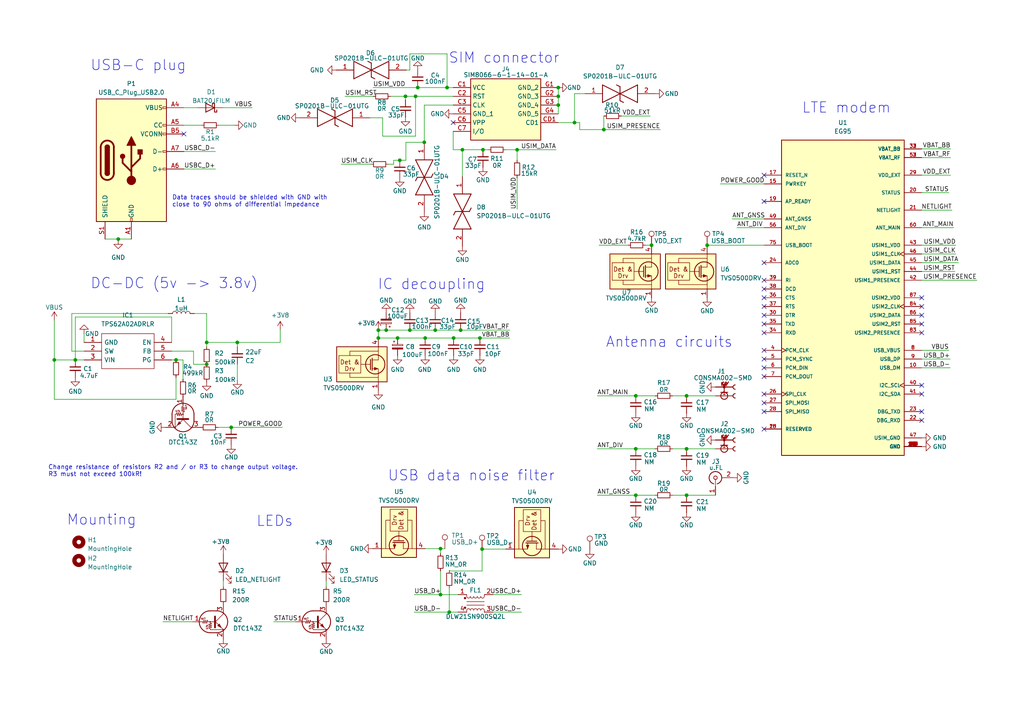
<source format=kicad_sch>
(kicad_sch (version 20230121) (generator eeschema)

  (uuid e7f5bf03-fb2c-47bf-a5e6-8bf502aef220)

  (paper "A4")

  (title_block
    (title "openCom LTE")
    (rev "v1.0")
    (company "Liberated Embedded Systems")
    (comment 1 "Licensed under Creative Commons Attribution 4.0.")
    (comment 4 "https://liberatedsystems.co.uk")
  )

  

  (junction (at 184.404 143.637) (diameter 0) (color 0 0 0 0)
    (uuid 042a0471-e21e-4cf9-a449-bbbe0b4e31dc)
  )
  (junction (at 115.316 98.044) (diameter 0) (color 0 0 0 0)
    (uuid 07a1419a-9ce9-47ac-9f25-5a877a03b148)
  )
  (junction (at 112.014 95.758) (diameter 0) (color 0 0 0 0)
    (uuid 0b842d3b-3af0-4445-85a2-8938feb3239b)
  )
  (junction (at 139.827 159.258) (diameter 0) (color 0 0 0 0)
    (uuid 108c85e9-c6c0-486e-acce-02cd06277409)
  )
  (junction (at 109.728 98.044) (diameter 0) (color 0 0 0 0)
    (uuid 249cd2e5-40dc-4d86-83f1-1d36bcff2155)
  )
  (junction (at 120.523 27.94) (diameter 0) (color 0 0 0 0)
    (uuid 2529567a-84d3-49c8-87a5-42b8116675b8)
  )
  (junction (at 184.404 114.808) (diameter 0) (color 0 0 0 0)
    (uuid 2d292abd-a196-4a57-8168-e345b85a43e2)
  )
  (junction (at 59.944 99.314) (diameter 0) (color 0 0 0 0)
    (uuid 36e8db00-b6e8-465b-982d-28a5692fc84a)
  )
  (junction (at 184.404 130.175) (diameter 0) (color 0 0 0 0)
    (uuid 4841ed9d-4f03-47af-a04b-128d42d47199)
  )
  (junction (at 139.192 98.044) (diameter 0) (color 0 0 0 0)
    (uuid 4a77998e-9110-499d-b99b-0ca8beb92ba4)
  )
  (junction (at 21.844 104.394) (diameter 0) (color 0 0 0 0)
    (uuid 4c802de5-a62c-45b9-8919-56239038f1d4)
  )
  (junction (at 199.136 143.637) (diameter 0) (color 0 0 0 0)
    (uuid 4c82af79-d55f-4314-9a7f-35f7aa12a6a9)
  )
  (junction (at 59.944 105.664) (diameter 0) (color 0 0 0 0)
    (uuid 5996a4f0-9688-4e1a-90b3-babd210fa8d6)
  )
  (junction (at 188.976 71.12) (diameter 0) (color 0 0 0 0)
    (uuid 60d57bd6-b749-4f42-adeb-f36d16ffdfee)
  )
  (junction (at 161.925 25.4) (diameter 0) (color 0 0 0 0)
    (uuid 63fd5dcc-6687-4160-921c-20661abc3383)
  )
  (junction (at 15.748 104.394) (diameter 0) (color 0 0 0 0)
    (uuid 662d7f32-fb97-41aa-ac93-f48fc05dc7a7)
  )
  (junction (at 205.105 71.12) (diameter 0) (color 0 0 0 0)
    (uuid 66b7964f-c33c-43e3-960c-f53593949cb9)
  )
  (junction (at 131.572 98.044) (diameter 0) (color 0 0 0 0)
    (uuid 6d2b738e-dbf5-438d-823f-18e2789a4004)
  )
  (junction (at 149.987 43.434) (diameter 0) (color 0 0 0 0)
    (uuid 73794637-c3fd-4e06-a39a-f6c4efd94b3f)
  )
  (junction (at 123.063 41.275) (diameter 0) (color 0 0 0 0)
    (uuid 7c6d2007-8ed4-40cd-994f-09a21b175e4b)
  )
  (junction (at 199.136 130.175) (diameter 0) (color 0 0 0 0)
    (uuid 8041df1e-37a6-4527-8ec0-8400a61212d2)
  )
  (junction (at 115.951 46.482) (diameter 0) (color 0 0 0 0)
    (uuid 864ceb9b-e94f-41ba-b473-5a5d74aff6eb)
  )
  (junction (at 129.667 25.4) (diameter 0) (color 0 0 0 0)
    (uuid 8db81e72-14da-47b3-b95b-67c09cba8521)
  )
  (junction (at 109.728 95.758) (diameter 0) (color 0 0 0 0)
    (uuid 93302bdb-0704-4e0b-a8dd-9dfb1a3b9997)
  )
  (junction (at 133.604 95.758) (diameter 0) (color 0 0 0 0)
    (uuid 97963e5a-c012-437b-b9b0-c938b05f9e9b)
  )
  (junction (at 130.302 177.546) (diameter 0) (color 0 0 0 0)
    (uuid 9fe07d3f-b8b9-4ea8-aa09-965827fcece6)
  )
  (junction (at 118.872 95.758) (diameter 0) (color 0 0 0 0)
    (uuid b31b2ab4-1e33-4ff8-886e-c52b892174a0)
  )
  (junction (at 67.056 123.952) (diameter 0) (color 0 0 0 0)
    (uuid bee434f5-12c1-456b-a694-5d6aa6d93d20)
  )
  (junction (at 117.602 27.94) (diameter 0) (color 0 0 0 0)
    (uuid c2b3d108-8989-4b48-a897-0c96e9da9706)
  )
  (junction (at 127.762 159.131) (diameter 0) (color 0 0 0 0)
    (uuid c440c282-25f7-4f68-9ee7-d7f6e1fb242c)
  )
  (junction (at 161.925 30.48) (diameter 0) (color 0 0 0 0)
    (uuid c65dd541-c849-42f0-96f1-56a83bcc53ca)
  )
  (junction (at 175.133 37.592) (diameter 0) (color 0 0 0 0)
    (uuid c9b36897-4a83-4a1d-87b4-a81671c4ab45)
  )
  (junction (at 166.624 35.56) (diameter 0) (color 0 0 0 0)
    (uuid caacda5c-24c3-47a6-ae17-42038d9b7750)
  )
  (junction (at 68.834 99.314) (diameter 0) (color 0 0 0 0)
    (uuid d030991e-27c8-47b5-bc06-e0a527017f6c)
  )
  (junction (at 123.317 98.044) (diameter 0) (color 0 0 0 0)
    (uuid d0b29793-5a1d-4bf2-84a7-4c2b8f0a55fb)
  )
  (junction (at 199.136 114.808) (diameter 0) (color 0 0 0 0)
    (uuid d1a2ea86-da3c-4b7e-b186-ecf50d0a39d6)
  )
  (junction (at 34.29 69.342) (diameter 0) (color 0 0 0 0)
    (uuid d7264a7e-d04f-4351-8b59-cabd586f5d0d)
  )
  (junction (at 161.925 27.94) (diameter 0) (color 0 0 0 0)
    (uuid d7ebf16c-c119-4a12-acdf-042f3c14b0d6)
  )
  (junction (at 126.238 95.758) (diameter 0) (color 0 0 0 0)
    (uuid d9741ebb-98cb-4867-9416-bb2325535329)
  )
  (junction (at 140.081 43.434) (diameter 0) (color 0 0 0 0)
    (uuid daa6e0f4-053f-4143-9153-188f93c9a287)
  )
  (junction (at 134.112 43.434) (diameter 0) (color 0 0 0 0)
    (uuid e1af9fcf-0533-4785-acc8-20915b91fbbb)
  )
  (junction (at 121.158 25.4) (diameter 0) (color 0 0 0 0)
    (uuid e30a2179-b596-4ce8-aea6-67b5b4a0837f)
  )
  (junction (at 127.762 172.466) (diameter 0) (color 0 0 0 0)
    (uuid e62ca165-381d-4aa2-a97b-d7b6bc254ee7)
  )
  (junction (at 51.054 104.394) (diameter 0) (color 0 0 0 0)
    (uuid f0e313f2-9291-4ca9-820b-64982e8a14cc)
  )

  (no_connect (at 221.615 119.38) (uuid 05a7c912-a068-4fca-9eab-8c05541865e2))
  (no_connect (at 221.615 91.44) (uuid 098ef58d-9c83-4e94-b159-9f6c0c821d15))
  (no_connect (at 131.445 35.56) (uuid 0bc5abec-39ee-4841-9105-7a9bc573923d))
  (no_connect (at 267.335 121.92) (uuid 27257eb7-e569-4fc4-8d74-cdeb620dbaa4))
  (no_connect (at 267.335 86.36) (uuid 29aa2da9-500d-467f-a954-b165ea662d36))
  (no_connect (at 267.335 114.3) (uuid 2fcb3cff-4db3-4d18-8ea8-334a3680b13d))
  (no_connect (at 221.615 88.9) (uuid 42df1992-7708-4c2e-a2b1-bfadafe60529))
  (no_connect (at 221.615 109.22) (uuid 4354e603-7f9d-4559-ab0d-405cf48cfae6))
  (no_connect (at 221.615 114.3) (uuid 4628dff3-05d9-4f8d-adc6-ccd39a555494))
  (no_connect (at 221.615 81.28) (uuid 49e24e25-ef0a-4535-8ddb-6091aecde71a))
  (no_connect (at 267.335 111.76) (uuid 55e0c271-5fbe-48bc-8951-877cc20fd028))
  (no_connect (at 221.615 86.36) (uuid 57884747-f80f-45b4-b376-3ed85b951751))
  (no_connect (at 267.335 91.44) (uuid 5d141732-3dc4-4823-9c61-56341c6489b5))
  (no_connect (at 221.615 76.2) (uuid 60677259-31a6-425c-a2e9-c6e042564e89))
  (no_connect (at 221.615 96.52) (uuid 7786db76-f36e-493d-bf14-08fb87b4cfb7))
  (no_connect (at 221.615 106.68) (uuid 789ebabe-93fb-484e-b50a-b5e32b445969))
  (no_connect (at 267.335 93.98) (uuid 7b8e352a-c575-43ca-9083-5e9fdf049e7a))
  (no_connect (at 221.615 101.6) (uuid 86d27db5-efbd-4595-ae69-49202e8d4e2d))
  (no_connect (at 221.615 124.46) (uuid 8f594ed6-21e7-4911-9df4-0bd43ca0d13f))
  (no_connect (at 221.615 104.14) (uuid 927688cb-4715-4226-8c85-a641f2de0f5f))
  (no_connect (at 267.335 119.38) (uuid 9946e06e-dc63-4715-a36c-037f8e374af2))
  (no_connect (at 267.335 88.9) (uuid a1f8cb88-3472-413a-8194-453d68bc142e))
  (no_connect (at 221.615 116.84) (uuid a3afcaf1-0d85-4bcb-b48c-beef9990449b))
  (no_connect (at 267.335 96.52) (uuid b0681478-bd21-4d84-844e-c81740b62703))
  (no_connect (at 221.615 50.8) (uuid c583c47f-49b7-4e4e-8008-493f5f8f0bbd))
  (no_connect (at 53.34 38.862) (uuid ca527f55-7bcf-4137-986c-55b6fde926ea))
  (no_connect (at 221.615 58.42) (uuid ceef2b62-30a9-4d16-ba8c-ea2ac879facf))
  (no_connect (at 221.615 83.82) (uuid e4045863-b097-4b22-b139-d020dbbc7d14))
  (no_connect (at 221.615 93.98) (uuid fef6a212-7061-4d20-842f-cc8186980657))

  (wire (pts (xy 117.729 41.275) (xy 117.729 46.482))
    (stroke (width 0) (type default))
    (uuid 016f9433-d5db-4039-b5ea-a91473d92ffe)
  )
  (wire (pts (xy 129.667 25.4) (xy 131.445 25.4))
    (stroke (width 0) (type default))
    (uuid 05afb178-1339-4f71-89d9-4888a02271d2)
  )
  (wire (pts (xy 100.076 27.94) (xy 108.204 27.94))
    (stroke (width 0) (type default))
    (uuid 083ba46c-0800-4d6e-a55a-8dae79770711)
  )
  (wire (pts (xy 123.317 159.131) (xy 127.762 159.131))
    (stroke (width 0) (type default))
    (uuid 0944d581-d69f-49a3-952b-b6550cae692b)
  )
  (wire (pts (xy 51.054 115.824) (xy 51.054 109.474))
    (stroke (width 0) (type default))
    (uuid 0973be5f-16c4-428c-80bb-8a3f2719cde1)
  )
  (wire (pts (xy 267.335 60.96) (xy 276.098 60.96))
    (stroke (width 0) (type default))
    (uuid 0a348e73-c020-462c-9ac1-aabea15c7af0)
  )
  (wire (pts (xy 120.142 172.466) (xy 127.762 172.466))
    (stroke (width 0) (type default))
    (uuid 0c39fce4-7ac0-4c9b-b343-4ba89b333cc5)
  )
  (wire (pts (xy 117.602 27.94) (xy 120.523 27.94))
    (stroke (width 0) (type default))
    (uuid 0c95fc4e-c26c-4751-b58b-6c4db65bac84)
  )
  (wire (pts (xy 267.335 73.66) (xy 277.241 73.66))
    (stroke (width 0) (type default))
    (uuid 10de3af6-802d-407b-9ace-a22f29da2b90)
  )
  (wire (pts (xy 68.834 99.314) (xy 81.28 99.314))
    (stroke (width 0) (type default))
    (uuid 11e96df8-6433-4721-997d-51e78b40e084)
  )
  (wire (pts (xy 98.933 47.625) (xy 107.569 47.625))
    (stroke (width 0) (type default))
    (uuid 14cb3f38-b25b-4d49-9a82-20df3506f421)
  )
  (wire (pts (xy 267.335 71.12) (xy 277.241 71.12))
    (stroke (width 0) (type default))
    (uuid 162d0b0c-49ac-4d83-936b-9aca5609cfdb)
  )
  (wire (pts (xy 118.872 95.758) (xy 126.238 95.758))
    (stroke (width 0) (type default))
    (uuid 19ee1a99-d2ea-401c-84c4-cb06e3ae7eba)
  )
  (wire (pts (xy 143.002 177.546) (xy 151.257 177.546))
    (stroke (width 0) (type default))
    (uuid 1c592a51-5af1-46f2-abdd-0978cea01987)
  )
  (wire (pts (xy 121.158 25.4) (xy 129.667 25.4))
    (stroke (width 0) (type default))
    (uuid 1fc85ee7-aece-46c0-a6b2-fec00e70aaf4)
  )
  (wire (pts (xy 199.136 114.808) (xy 207.518 114.808))
    (stroke (width 0) (type default))
    (uuid 20a09c66-954d-4dd9-bd94-eeef7aa4cbc9)
  )
  (wire (pts (xy 117.729 46.482) (xy 115.951 46.482))
    (stroke (width 0) (type default))
    (uuid 2223f823-ae7b-4e64-9638-dd44f3ba7622)
  )
  (wire (pts (xy 109.728 95.758) (xy 109.728 98.044))
    (stroke (width 0) (type default))
    (uuid 22482def-4517-4495-83f1-d60986f2b75f)
  )
  (wire (pts (xy 118.872 20.32) (xy 118.872 15.621))
    (stroke (width 0) (type default))
    (uuid 23820c3f-b217-45eb-ae9d-9ae6f49d0daa)
  )
  (wire (pts (xy 267.335 106.68) (xy 275.59 106.68))
    (stroke (width 0) (type default))
    (uuid 243e78eb-4256-43f6-a9f6-1996d251b01c)
  )
  (wire (pts (xy 24.384 101.854) (xy 20.828 101.854))
    (stroke (width 0) (type default))
    (uuid 25407507-ec15-4371-9996-a427893dcc24)
  )
  (wire (pts (xy 94.615 168.402) (xy 94.615 170.18))
    (stroke (width 0) (type default))
    (uuid 2a013bdb-46f0-4026-b4a1-c7d4eece15e3)
  )
  (wire (pts (xy 149.987 43.434) (xy 161.29 43.434))
    (stroke (width 0) (type default))
    (uuid 2a607466-5717-4fb6-a830-126715f5e057)
  )
  (wire (pts (xy 51.054 104.394) (xy 53.086 104.394))
    (stroke (width 0) (type default))
    (uuid 2c2e8857-e68d-4f83-a96e-e8a66d9e0b5e)
  )
  (wire (pts (xy 180.213 33.655) (xy 188.595 33.655))
    (stroke (width 0) (type default))
    (uuid 353a6e00-5517-4f48-bd92-0d7fe73c5552)
  )
  (wire (pts (xy 79.375 180.34) (xy 85.725 180.34))
    (stroke (width 0) (type default))
    (uuid 3a6b28c1-e471-48e7-9a80-d4b2d11b4b99)
  )
  (wire (pts (xy 267.335 45.72) (xy 275.717 45.72))
    (stroke (width 0) (type default))
    (uuid 3e34253e-ed9f-4fe8-8990-8023a4d7cc72)
  )
  (wire (pts (xy 139.192 98.044) (xy 131.572 98.044))
    (stroke (width 0) (type default))
    (uuid 3f59b73a-0baf-4264-9660-c05b4d8e826b)
  )
  (wire (pts (xy 59.944 90.932) (xy 59.944 99.314))
    (stroke (width 0) (type default))
    (uuid 431ae31f-38f4-44ba-9ee0-0d826b9ce84a)
  )
  (wire (pts (xy 113.284 27.94) (xy 117.602 27.94))
    (stroke (width 0) (type default))
    (uuid 443083fb-9da6-4106-85d7-406828d7e959)
  )
  (wire (pts (xy 63.5 36.322) (xy 67.945 36.322))
    (stroke (width 0) (type default))
    (uuid 46b7ef96-a908-44cf-8882-4e19177eaf3c)
  )
  (wire (pts (xy 212.344 63.5) (xy 221.615 63.5))
    (stroke (width 0) (type default))
    (uuid 488ffbfd-21d2-45be-9907-17ab725bda98)
  )
  (wire (pts (xy 208.915 53.34) (xy 221.615 53.34))
    (stroke (width 0) (type default))
    (uuid 49e50ead-6672-4512-a6d0-8fa6c66d33e0)
  )
  (wire (pts (xy 126.238 95.758) (xy 133.604 95.758))
    (stroke (width 0) (type default))
    (uuid 4a6cad79-8d2b-40c0-b318-6b74fb99cdf0)
  )
  (wire (pts (xy 139.827 159.258) (xy 146.685 159.258))
    (stroke (width 0) (type default))
    (uuid 4b33db9c-e5dc-4bf7-aa53-cc9580572d4a)
  )
  (wire (pts (xy 110.998 34.163) (xy 110.998 39.497))
    (stroke (width 0) (type default))
    (uuid 4dcee664-3298-440f-aaac-63d7b9543b1c)
  )
  (wire (pts (xy 53.086 104.394) (xy 53.086 109.982))
    (stroke (width 0) (type default))
    (uuid 5111b0eb-3dfb-4f4f-bdd7-8f4b2ab7f8f3)
  )
  (wire (pts (xy 130.429 165.608) (xy 130.302 165.481))
    (stroke (width 0) (type default))
    (uuid 517ee6da-a164-4ceb-ad99-ace8a44a2c2e)
  )
  (wire (pts (xy 161.925 30.48) (xy 161.925 33.02))
    (stroke (width 0) (type default))
    (uuid 59bb1541-60fb-4903-b993-d87a3d5f43b2)
  )
  (wire (pts (xy 112.649 47.625) (xy 114.173 47.625))
    (stroke (width 0) (type default))
    (uuid 5ce1f302-565c-47f7-82a4-cc520c135052)
  )
  (wire (pts (xy 168.148 35.56) (xy 168.148 37.592))
    (stroke (width 0) (type default))
    (uuid 5dc645e5-a0e3-434b-a794-7d43df0b5995)
  )
  (wire (pts (xy 267.335 104.14) (xy 275.59 104.14))
    (stroke (width 0) (type default))
    (uuid 5f56a5f8-c8ef-436a-a3f0-d1d3e32e4f4c)
  )
  (wire (pts (xy 267.335 55.88) (xy 275.209 55.88))
    (stroke (width 0) (type default))
    (uuid 61e256b2-85cc-40e0-8b74-8f54c233587e)
  )
  (wire (pts (xy 123.063 41.275) (xy 123.063 30.48))
    (stroke (width 0) (type default))
    (uuid 642dd2ae-54c5-49d5-bda7-51e932d2b6ce)
  )
  (wire (pts (xy 127.762 159.131) (xy 127.762 160.528))
    (stroke (width 0) (type default))
    (uuid 69586c84-85a3-46c7-b29d-38c383017786)
  )
  (wire (pts (xy 173.736 71.12) (xy 182.118 71.12))
    (stroke (width 0) (type default))
    (uuid 6a39f7ff-db20-44af-aeb9-e043a484f58f)
  )
  (wire (pts (xy 161.925 25.4) (xy 161.925 27.94))
    (stroke (width 0) (type default))
    (uuid 6bf7f607-846c-4a60-a647-543092991339)
  )
  (wire (pts (xy 67.056 123.952) (xy 81.915 123.952))
    (stroke (width 0) (type default))
    (uuid 70d714fa-7732-40e3-b2bc-9d501918fb34)
  )
  (wire (pts (xy 117.856 20.32) (xy 118.872 20.32))
    (stroke (width 0) (type default))
    (uuid 730a212c-4e21-4df4-a2ee-05ace01c2ff0)
  )
  (wire (pts (xy 267.335 76.2) (xy 278.003 76.2))
    (stroke (width 0) (type default))
    (uuid 7434c959-9658-4640-a403-c457ba7c5565)
  )
  (wire (pts (xy 184.404 114.808) (xy 189.992 114.808))
    (stroke (width 0) (type default))
    (uuid 7453db2a-5a22-4140-8907-6b6eedfe0eca)
  )
  (wire (pts (xy 267.335 81.28) (xy 283.337 81.28))
    (stroke (width 0) (type default))
    (uuid 7469e3ef-de30-4a7c-8e2f-ae590b37a9eb)
  )
  (wire (pts (xy 120.523 39.497) (xy 120.523 27.94))
    (stroke (width 0) (type default))
    (uuid 749c375c-a56e-4255-86e2-84a29b9a88dc)
  )
  (wire (pts (xy 161.925 27.94) (xy 161.925 30.48))
    (stroke (width 0) (type default))
    (uuid 77c51452-5a04-4a74-b638-87ed6ecbf76a)
  )
  (wire (pts (xy 110.998 39.497) (xy 120.523 39.497))
    (stroke (width 0) (type default))
    (uuid 79947cfc-4f35-45fe-a61e-2158073d0b2a)
  )
  (wire (pts (xy 184.404 143.637) (xy 189.992 143.637))
    (stroke (width 0) (type default))
    (uuid 7ac0a14f-02e1-47f3-86bd-75e714f2ea5b)
  )
  (wire (pts (xy 15.748 115.824) (xy 51.054 115.824))
    (stroke (width 0) (type default))
    (uuid 7b12b8f1-d5fe-4bbc-957e-d788af2f6372)
  )
  (wire (pts (xy 187.198 71.12) (xy 188.976 71.12))
    (stroke (width 0) (type default))
    (uuid 7bf717b2-c3b6-47b7-9e88-abb5a8177a31)
  )
  (wire (pts (xy 118.872 15.621) (xy 129.667 15.621))
    (stroke (width 0) (type default))
    (uuid 7ca38f84-5102-466d-b60c-defafd4e6502)
  )
  (wire (pts (xy 59.944 99.314) (xy 59.944 100.584))
    (stroke (width 0) (type default))
    (uuid 7ddb8de7-33df-45ae-b77b-70ed734db02c)
  )
  (wire (pts (xy 49.784 99.314) (xy 49.784 91.948))
    (stroke (width 0) (type default))
    (uuid 81ee1c7f-233e-4145-93d8-3f21808a95ff)
  )
  (wire (pts (xy 173.228 130.175) (xy 184.404 130.175))
    (stroke (width 0) (type default))
    (uuid 8269d304-bcfc-45e5-8254-d29b03033700)
  )
  (wire (pts (xy 149.987 43.434) (xy 149.987 46.482))
    (stroke (width 0) (type default))
    (uuid 869af4db-25ce-40f7-bf30-08de7030b9fe)
  )
  (wire (pts (xy 120.523 27.94) (xy 131.445 27.94))
    (stroke (width 0) (type default))
    (uuid 87e5c70f-d862-4133-80a2-7bf4dd8d55e6)
  )
  (wire (pts (xy 131.445 38.1) (xy 131.445 43.434))
    (stroke (width 0) (type default))
    (uuid 89efccfe-301a-455b-b2a9-c0bfb145d6b2)
  )
  (wire (pts (xy 134.112 43.434) (xy 140.081 43.434))
    (stroke (width 0) (type default))
    (uuid 8a67079c-75bd-475e-a44a-503761be5086)
  )
  (wire (pts (xy 49.784 91.948) (xy 21.844 91.948))
    (stroke (width 0) (type default))
    (uuid 8abe6bd7-9394-4908-a584-f259df544660)
  )
  (wire (pts (xy 130.429 165.608) (xy 139.827 165.608))
    (stroke (width 0) (type default))
    (uuid 8af824bd-fa75-4123-a1c9-9823718d7b8c)
  )
  (wire (pts (xy 195.072 114.808) (xy 199.136 114.808))
    (stroke (width 0) (type default))
    (uuid 8bc21f00-b4cf-4f13-9b03-eaba4a11badd)
  )
  (wire (pts (xy 117.729 41.275) (xy 123.063 41.275))
    (stroke (width 0) (type default))
    (uuid 8c4ee04a-5192-4bd2-981c-97cdb21ad311)
  )
  (wire (pts (xy 195.072 130.175) (xy 199.136 130.175))
    (stroke (width 0) (type default))
    (uuid 8c87ac72-8740-4284-91c0-7657a93d89b6)
  )
  (wire (pts (xy 55.88 180.34) (xy 47.244 180.34))
    (stroke (width 0) (type default))
    (uuid 8d95d9c9-36f6-48d9-b910-9248607a7ecb)
  )
  (wire (pts (xy 114.173 46.482) (xy 115.951 46.482))
    (stroke (width 0) (type default))
    (uuid 8f1b4e4f-4dba-4570-9dc5-d3bb139b4be5)
  )
  (wire (pts (xy 133.604 95.758) (xy 147.828 95.758))
    (stroke (width 0) (type default))
    (uuid 903839d1-5324-4e01-839b-2c39e7cc4f3d)
  )
  (wire (pts (xy 81.28 99.314) (xy 81.28 95.758))
    (stroke (width 0) (type default))
    (uuid 94149bb3-0230-4cc9-8a06-7f18e1ea6f1f)
  )
  (wire (pts (xy 107.315 34.163) (xy 110.998 34.163))
    (stroke (width 0) (type default))
    (uuid 94717fd4-ccb5-41b0-bbf4-e243e57f152b)
  )
  (wire (pts (xy 15.748 92.964) (xy 15.748 104.394))
    (stroke (width 0) (type default))
    (uuid 94f0d30d-a571-4c0b-ac5b-bf15c65e9ef3)
  )
  (wire (pts (xy 30.48 69.342) (xy 34.29 69.342))
    (stroke (width 0) (type default))
    (uuid 95bd61a9-339a-4be0-8506-6d8d40bf65df)
  )
  (wire (pts (xy 199.136 143.637) (xy 207.518 143.637))
    (stroke (width 0) (type default))
    (uuid 96c95263-bd70-4ad3-b037-c094a8e797c0)
  )
  (wire (pts (xy 131.572 98.044) (xy 123.317 98.044))
    (stroke (width 0) (type default))
    (uuid 9906097b-0b66-4650-97df-a7952c2b2d2e)
  )
  (wire (pts (xy 134.112 51.181) (xy 134.112 43.434))
    (stroke (width 0) (type default))
    (uuid 9a665be5-951b-4f27-93cc-f3bb68994e28)
  )
  (wire (pts (xy 112.014 95.758) (xy 118.872 95.758))
    (stroke (width 0) (type default))
    (uuid 9df57fc1-d46a-4bbd-afbc-39e7660a28e2)
  )
  (wire (pts (xy 59.944 99.314) (xy 68.834 99.314))
    (stroke (width 0) (type default))
    (uuid a194d0d5-eb6c-41af-98cc-0e2e067ed087)
  )
  (wire (pts (xy 168.148 37.592) (xy 175.133 37.592))
    (stroke (width 0) (type default))
    (uuid a5b615b6-1f39-4e25-a0eb-30cbf100465d)
  )
  (wire (pts (xy 53.34 43.942) (xy 62.484 43.942))
    (stroke (width 0) (type default))
    (uuid a6318b8d-ec38-48b8-bfb6-951335499080)
  )
  (wire (pts (xy 64.77 168.402) (xy 64.77 170.18))
    (stroke (width 0) (type default))
    (uuid aa2b0504-5aa9-4cad-927f-6b4895cd62fd)
  )
  (wire (pts (xy 166.624 27.178) (xy 169.672 27.178))
    (stroke (width 0) (type default))
    (uuid abd1faee-af51-4a43-a48f-29e0dbc707bb)
  )
  (wire (pts (xy 184.404 130.175) (xy 189.992 130.175))
    (stroke (width 0) (type default))
    (uuid abfcc4a9-db87-45ad-a66b-d96507da79ed)
  )
  (wire (pts (xy 149.987 51.562) (xy 149.987 60.706))
    (stroke (width 0) (type default))
    (uuid af10e562-0025-46f3-842a-e6b6ef311b24)
  )
  (wire (pts (xy 267.335 50.8) (xy 275.717 50.8))
    (stroke (width 0) (type default))
    (uuid b1bdc5eb-6651-4815-9f0f-c4d8de4847e4)
  )
  (wire (pts (xy 129.667 15.621) (xy 129.667 25.4))
    (stroke (width 0) (type default))
    (uuid b2d41148-2a60-424d-ab1e-3998594d6e1d)
  )
  (wire (pts (xy 175.133 37.592) (xy 191.516 37.592))
    (stroke (width 0) (type default))
    (uuid b30fc6d0-4a3f-4e54-9b03-75164ef6f3fb)
  )
  (wire (pts (xy 109.728 98.044) (xy 115.316 98.044))
    (stroke (width 0) (type default))
    (uuid b3300f2a-e355-483f-bb98-90208c8708c9)
  )
  (wire (pts (xy 68.834 99.314) (xy 68.834 100.584))
    (stroke (width 0) (type default))
    (uuid b59fc002-ff13-4eee-8a50-d839fe20c77b)
  )
  (wire (pts (xy 115.316 98.044) (xy 123.317 98.044))
    (stroke (width 0) (type default))
    (uuid b7b102c0-1b28-4056-93ed-231d765d6811)
  )
  (wire (pts (xy 173.228 114.808) (xy 184.404 114.808))
    (stroke (width 0) (type default))
    (uuid b829540a-d0b4-49ca-adbf-0f57eb079808)
  )
  (wire (pts (xy 175.133 33.655) (xy 175.133 37.592))
    (stroke (width 0) (type default))
    (uuid ba8ad741-ec74-4c8d-a0c9-98059acee5c3)
  )
  (wire (pts (xy 143.002 172.466) (xy 151.257 172.466))
    (stroke (width 0) (type default))
    (uuid baeee0a3-3b3e-4ce1-900c-14dff80fbada)
  )
  (wire (pts (xy 120.142 177.546) (xy 130.302 177.546))
    (stroke (width 0) (type default))
    (uuid bcb70764-9a79-4f7b-aa37-80ac97e980b5)
  )
  (wire (pts (xy 139.827 165.608) (xy 139.827 159.258))
    (stroke (width 0) (type default))
    (uuid bd7f77e6-8804-49a6-b7c9-5dec3b47d8fe)
  )
  (wire (pts (xy 34.29 69.342) (xy 34.29 69.596))
    (stroke (width 0) (type default))
    (uuid c1a67dc8-214e-462b-8621-7c935f79ad57)
  )
  (wire (pts (xy 267.335 101.6) (xy 275.209 101.6))
    (stroke (width 0) (type default))
    (uuid c6dfef69-c3ee-4c2e-b4c3-d206b67db366)
  )
  (wire (pts (xy 161.925 35.56) (xy 166.624 35.56))
    (stroke (width 0) (type default))
    (uuid c8f56b9c-ce0d-4e9f-a468-8bcd24cd8697)
  )
  (wire (pts (xy 127.762 159.131) (xy 129.032 159.131))
    (stroke (width 0) (type default))
    (uuid c9a56d29-537e-4c03-915d-bdade0dcdda9)
  )
  (wire (pts (xy 15.748 115.824) (xy 15.748 104.394))
    (stroke (width 0) (type default))
    (uuid cc0711b2-5351-4792-a69e-1d113d404b82)
  )
  (wire (pts (xy 64.77 31.242) (xy 73.152 31.242))
    (stroke (width 0) (type default))
    (uuid cc710d27-2717-4e95-b25b-85dd19deed59)
  )
  (wire (pts (xy 109.728 95.758) (xy 112.014 95.758))
    (stroke (width 0) (type default))
    (uuid cf1726fb-7e50-4838-8ce3-8a2069d77f9a)
  )
  (wire (pts (xy 139.192 98.044) (xy 147.828 98.044))
    (stroke (width 0) (type default))
    (uuid d020a520-a626-42f1-b92d-ed0acced7c64)
  )
  (wire (pts (xy 213.741 66.04) (xy 221.615 66.04))
    (stroke (width 0) (type default))
    (uuid d04ed176-2caf-490e-a330-8091df4c2d36)
  )
  (wire (pts (xy 49.784 104.394) (xy 51.054 104.394))
    (stroke (width 0) (type default))
    (uuid d1159933-963d-4653-b331-3bca57df1d8f)
  )
  (wire (pts (xy 56.134 101.854) (xy 56.134 105.664))
    (stroke (width 0) (type default))
    (uuid d11e1087-9947-49fc-86cb-1e3c88e786be)
  )
  (wire (pts (xy 123.063 30.48) (xy 131.445 30.48))
    (stroke (width 0) (type default))
    (uuid d2807613-1174-4625-a921-b474f498efed)
  )
  (wire (pts (xy 195.072 143.637) (xy 199.136 143.637))
    (stroke (width 0) (type default))
    (uuid d4dd32c3-edae-423c-a419-934d2b00cbef)
  )
  (wire (pts (xy 24.384 96.774) (xy 24.384 99.314))
    (stroke (width 0) (type default))
    (uuid d6fb14cd-da59-434a-a47f-6f9fe6c9ace9)
  )
  (wire (pts (xy 20.828 90.932) (xy 48.768 90.932))
    (stroke (width 0) (type default))
    (uuid d8ee074e-957f-4f2d-b164-756491ef692e)
  )
  (wire (pts (xy 130.302 177.546) (xy 132.842 177.546))
    (stroke (width 0) (type default))
    (uuid dafb6178-625b-40b9-8e35-323b2c6deaa7)
  )
  (wire (pts (xy 57.15 31.242) (xy 53.34 31.242))
    (stroke (width 0) (type default))
    (uuid dd890e69-1511-47b3-b73a-067cbc02dc6e)
  )
  (wire (pts (xy 15.748 104.394) (xy 21.844 104.394))
    (stroke (width 0) (type default))
    (uuid dd90930c-f552-46ac-b1f7-48d1ddb596d4)
  )
  (wire (pts (xy 130.302 170.561) (xy 130.302 177.546))
    (stroke (width 0) (type default))
    (uuid ddbafd75-5887-4eea-a2e7-5edc883a2ba2)
  )
  (wire (pts (xy 68.834 110.236) (xy 68.834 105.664))
    (stroke (width 0) (type default))
    (uuid de1f462f-42da-4e21-bb8a-51b75a28b7e2)
  )
  (wire (pts (xy 267.335 78.74) (xy 276.987 78.74))
    (stroke (width 0) (type default))
    (uuid de8bd120-989f-4c37-bcdc-ed048eed7b63)
  )
  (wire (pts (xy 53.34 49.022) (xy 62.484 49.022))
    (stroke (width 0) (type default))
    (uuid e264048e-cb40-46b2-b945-9d40fc798766)
  )
  (wire (pts (xy 21.844 91.948) (xy 21.844 104.394))
    (stroke (width 0) (type default))
    (uuid e2f3bd7c-4bfd-4a98-b07a-02934ca43525)
  )
  (wire (pts (xy 199.136 130.175) (xy 207.518 130.175))
    (stroke (width 0) (type default))
    (uuid e61b547d-31b0-418c-9839-c878bcd08d27)
  )
  (wire (pts (xy 34.29 69.342) (xy 38.1 69.342))
    (stroke (width 0) (type default))
    (uuid e8390b11-4fd0-4df4-a135-2e8b04d347c7)
  )
  (wire (pts (xy 166.624 35.56) (xy 168.148 35.56))
    (stroke (width 0) (type default))
    (uuid ea13530d-9a16-40e0-b120-068c3f1eb6fe)
  )
  (wire (pts (xy 127.762 172.466) (xy 132.842 172.466))
    (stroke (width 0) (type default))
    (uuid ed0e5eea-43c0-4d75-92ac-f8809c54c3c1)
  )
  (wire (pts (xy 127.762 165.608) (xy 127.762 172.466))
    (stroke (width 0) (type default))
    (uuid ed69a4d1-ef95-492f-9c0e-9984a0bafde2)
  )
  (wire (pts (xy 114.173 47.625) (xy 114.173 46.482))
    (stroke (width 0) (type default))
    (uuid edd7268d-f79b-44f5-9a08-966e59a430dc)
  )
  (wire (pts (xy 53.34 36.322) (xy 58.42 36.322))
    (stroke (width 0) (type default))
    (uuid ef0cb1c2-8f79-4365-bd54-164624d7e504)
  )
  (wire (pts (xy 173.228 143.637) (xy 184.404 143.637))
    (stroke (width 0) (type default))
    (uuid f11e621e-cc31-4be0-a142-98b4e2259320)
  )
  (wire (pts (xy 49.784 101.854) (xy 56.134 101.854))
    (stroke (width 0) (type default))
    (uuid f18e4bff-b172-40f4-88e4-3f0fa4403ce7)
  )
  (wire (pts (xy 117.602 28.956) (xy 117.602 27.94))
    (stroke (width 0) (type default))
    (uuid f20f93f6-8327-4fb3-aaaa-a982e469faf1)
  )
  (wire (pts (xy 140.081 43.434) (xy 141.605 43.434))
    (stroke (width 0) (type default))
    (uuid f2a1f47f-8604-4c84-a40f-d62ff5676128)
  )
  (wire (pts (xy 267.335 43.18) (xy 275.717 43.18))
    (stroke (width 0) (type default))
    (uuid f4110a8e-de93-4e3a-b729-09eefddfba3d)
  )
  (wire (pts (xy 131.445 43.434) (xy 134.112 43.434))
    (stroke (width 0) (type default))
    (uuid f5983d70-1b21-4eb4-bc99-4f20f08366ae)
  )
  (wire (pts (xy 20.828 101.854) (xy 20.828 90.932))
    (stroke (width 0) (type default))
    (uuid f7356388-ca20-456f-a3df-69eafbcfba76)
  )
  (wire (pts (xy 166.624 27.178) (xy 166.624 35.56))
    (stroke (width 0) (type default))
    (uuid f75ebdeb-10a0-4049-a0f7-8900b3f405dc)
  )
  (wire (pts (xy 205.105 71.12) (xy 221.615 71.12))
    (stroke (width 0) (type default))
    (uuid f7f0ef1f-9efc-4016-80af-90844a041c4c)
  )
  (wire (pts (xy 63.246 123.952) (xy 67.056 123.952))
    (stroke (width 0) (type default))
    (uuid f894d116-77b4-4179-a80f-bff88b98bceb)
  )
  (wire (pts (xy 56.388 90.932) (xy 59.944 90.932))
    (stroke (width 0) (type default))
    (uuid fa5a06ba-69c9-4b7c-b204-56951d9ec9b0)
  )
  (wire (pts (xy 56.134 105.664) (xy 59.944 105.664))
    (stroke (width 0) (type default))
    (uuid fbb43638-f890-42a3-b07f-9b3cf691441e)
  )
  (wire (pts (xy 267.335 66.04) (xy 276.606 66.04))
    (stroke (width 0) (type default))
    (uuid fc31d884-aeca-4d8b-89f8-b346ad6f0168)
  )
  (wire (pts (xy 108.204 25.4) (xy 121.158 25.4))
    (stroke (width 0) (type default))
    (uuid fc863460-fe99-4abe-910f-ca8d0244f3df)
  )
  (wire (pts (xy 21.844 104.394) (xy 24.384 104.394))
    (stroke (width 0) (type default))
    (uuid fc8ef826-074d-49e9-a04e-0c35157a0f7b)
  )
  (wire (pts (xy 146.685 43.434) (xy 149.987 43.434))
    (stroke (width 0) (type default))
    (uuid fcd0f360-7287-4a8a-8067-c35111f2073d)
  )

  (text "LTE modem" (at 232.537 33.147 0)
    (effects (font (size 3 3)) (justify left bottom))
    (uuid 10856622-133d-4f7d-ac35-6cb885ce6185)
  )
  (text "SIM connector\n" (at 130.048 18.669 0)
    (effects (font (size 3 3)) (justify left bottom))
    (uuid 1f615cda-97b1-45ca-ac6b-01760d1a071c)
  )
  (text "LEDs" (at 74.295 153.035 0)
    (effects (font (size 3 3)) (justify left bottom))
    (uuid 5d1a16d1-daca-4fb8-9202-13f8ac655b04)
  )
  (text "USB-C plug" (at 26.162 20.828 0)
    (effects (font (size 3 3)) (justify left bottom))
    (uuid 997112e9-0d1c-4112-a4bc-f4e3764a24d5)
  )
  (text "IC decoupling\n" (at 109.474 84.328 0)
    (effects (font (size 3 3)) (justify left bottom))
    (uuid a6e487ce-2225-4f7e-ba17-13d3782fca51)
  )
  (text "Mounting\n" (at 19.304 152.654 0)
    (effects (font (size 3 3)) (justify left bottom))
    (uuid ca3cbb62-a0f7-4285-a4b7-af23b86dbe37)
  )
  (text "DC-DC (5v -> 3.8v)\n" (at 26.162 84.074 0)
    (effects (font (size 3 3)) (justify left bottom))
    (uuid d3b1a4ad-ac5d-4167-af11-de6f37be6fef)
  )
  (text "USB data noise filter" (at 112.395 139.827 0)
    (effects (font (size 3 3)) (justify left bottom))
    (uuid d3ed1f5b-761c-4e84-a5fb-d339d36018b8)
  )
  (text "Antenna circuits\n" (at 175.641 101.092 0)
    (effects (font (size 3 3)) (justify left bottom))
    (uuid d89f996c-ad5d-413a-96e1-7d792b283d85)
  )
  (text "Change resistance of resistors R2 and / or R3 to change output voltage.\nR3 must not exceed 100kR!\n"
    (at 13.97 138.43 0)
    (effects (font (size 1.27 1.27)) (justify left bottom))
    (uuid e64b5d2e-4c66-4328-a131-4a92aea4aeaf)
  )
  (text "Data traces should be shielded with GND with \nclose to 90 ohms of differential impedance"
    (at 49.911 60.198 0)
    (effects (font (size 1.27 1.27)) (justify left bottom))
    (uuid fa68311b-06f8-4187-b961-a9dc9acdbc66)
  )

  (label "USIM_VDD" (at 277.241 71.12 180) (fields_autoplaced)
    (effects (font (size 1.27 1.27)) (justify right bottom))
    (uuid 030fdd0e-42a9-4f5f-9d8a-a97afaca32e0)
  )
  (label "USBC_D-" (at 151.257 177.546 180) (fields_autoplaced)
    (effects (font (size 1.27 1.27)) (justify right bottom))
    (uuid 1c1f57fb-0304-4f5c-8ca3-a9352c2c96b9)
  )
  (label "ANT_GNSS" (at 212.344 63.5 0) (fields_autoplaced)
    (effects (font (size 1.27 1.27)) (justify left bottom))
    (uuid 1cab7889-027e-4a4b-92dd-e294b9188f4d)
  )
  (label "USIM_PRESENCE" (at 191.516 37.592 180) (fields_autoplaced)
    (effects (font (size 1.27 1.27)) (justify right bottom))
    (uuid 255f5bb5-a06f-455f-8359-09a5c5c99003)
  )
  (label "VBAT_RF" (at 147.828 95.758 180) (fields_autoplaced)
    (effects (font (size 1.27 1.27)) (justify right bottom))
    (uuid 29471ccc-e479-4ee0-be47-0a0b7085be20)
  )
  (label "USIM_CLK" (at 98.933 47.625 0) (fields_autoplaced)
    (effects (font (size 1.27 1.27)) (justify left bottom))
    (uuid 29daebfb-8de7-487b-83f6-acf17a235add)
  )
  (label "USB_D+" (at 275.59 104.14 180) (fields_autoplaced)
    (effects (font (size 1.27 1.27)) (justify right bottom))
    (uuid 2a3d94f1-8f38-4608-bc2a-9c7156e94a12)
  )
  (label "VBAT_BB" (at 147.828 98.044 180) (fields_autoplaced)
    (effects (font (size 1.27 1.27)) (justify right bottom))
    (uuid 341f62f5-589d-4734-8c10-bf214a9839d8)
  )
  (label "USIM_VDD" (at 149.987 60.706 90) (fields_autoplaced)
    (effects (font (size 1.27 1.27)) (justify left bottom))
    (uuid 4079dc95-5935-4f1d-9d1d-673cd8f80ca0)
  )
  (label "USB_D+" (at 120.142 172.466 0) (fields_autoplaced)
    (effects (font (size 1.27 1.27)) (justify left bottom))
    (uuid 44ff37be-8cbb-4422-b946-d0fab880891e)
  )
  (label "STATUS" (at 79.375 180.34 0) (fields_autoplaced)
    (effects (font (size 1.27 1.27)) (justify left bottom))
    (uuid 4a8a4651-c1be-49a7-90aa-5658cbb81ad4)
  )
  (label "VBAT_RF" (at 275.717 45.72 180) (fields_autoplaced)
    (effects (font (size 1.27 1.27)) (justify right bottom))
    (uuid 4d02e272-0362-4a3f-835a-71812e889c68)
  )
  (label "ANT_DIV" (at 173.228 130.175 0) (fields_autoplaced)
    (effects (font (size 1.27 1.27)) (justify left bottom))
    (uuid 59ec6daf-4f41-4eae-ad10-48af835cfb7a)
  )
  (label "ANT_DIV" (at 213.741 66.04 0) (fields_autoplaced)
    (effects (font (size 1.27 1.27)) (justify left bottom))
    (uuid 59f9c11e-faa0-4ecc-b792-b12652ba0b50)
  )
  (label "ANT_MAIN" (at 173.228 114.808 0) (fields_autoplaced)
    (effects (font (size 1.27 1.27)) (justify left bottom))
    (uuid 633c562a-e625-49be-b7c8-5a71d1731479)
  )
  (label "USB_D-" (at 275.59 106.68 180) (fields_autoplaced)
    (effects (font (size 1.27 1.27)) (justify right bottom))
    (uuid 6a42a279-6594-4617-92c7-bb273fe60f35)
  )
  (label "POWER_GOOD" (at 81.915 123.952 180) (fields_autoplaced)
    (effects (font (size 1.27 1.27)) (justify right bottom))
    (uuid 6c9d9040-f9e3-4e7c-b136-1ced9d775058)
  )
  (label "USB_D-" (at 120.142 177.546 0) (fields_autoplaced)
    (effects (font (size 1.27 1.27)) (justify left bottom))
    (uuid 6f7874e0-6a12-428e-9af4-58be41e35bb8)
  )
  (label "ANT_MAIN" (at 276.606 66.04 180) (fields_autoplaced)
    (effects (font (size 1.27 1.27)) (justify right bottom))
    (uuid 7099675a-1fd5-45df-b988-2f9a84da9897)
  )
  (label "NETLIGHT" (at 276.098 60.96 180) (fields_autoplaced)
    (effects (font (size 1.27 1.27)) (justify right bottom))
    (uuid 73fdc481-1392-4fb3-b700-3a76369af23c)
  )
  (label "USBC_D+" (at 151.257 172.466 180) (fields_autoplaced)
    (effects (font (size 1.27 1.27)) (justify right bottom))
    (uuid 7c1aeb40-f30a-420c-8f80-f5814d7b375a)
  )
  (label "USIM_PRESENCE" (at 283.337 81.28 180) (fields_autoplaced)
    (effects (font (size 1.27 1.27)) (justify right bottom))
    (uuid 84a0f01c-7c48-4b57-ac5c-93453bdb1bed)
  )
  (label "USIM_DATA" (at 278.003 76.2 180) (fields_autoplaced)
    (effects (font (size 1.27 1.27)) (justify right bottom))
    (uuid 8b7200f7-4daf-44de-bcca-41cd41cdbb8f)
  )
  (label "USBC_D+" (at 62.484 49.022 180) (fields_autoplaced)
    (effects (font (size 1.27 1.27)) (justify right bottom))
    (uuid 91db2672-e06a-417f-95c6-62ae4ee92f7d)
  )
  (label "NETLIGHT" (at 47.244 180.34 0) (fields_autoplaced)
    (effects (font (size 1.27 1.27)) (justify left bottom))
    (uuid a4b1017a-0351-4cf1-9d64-a09fc0b28a16)
  )
  (label "VBUS" (at 73.152 31.242 180) (fields_autoplaced)
    (effects (font (size 1.27 1.27)) (justify right bottom))
    (uuid b0ffd2ef-8ac8-4825-80f7-a62a2359493b)
  )
  (label "USBC_D-" (at 62.484 43.942 180) (fields_autoplaced)
    (effects (font (size 1.27 1.27)) (justify right bottom))
    (uuid b571b294-415c-4b13-ab39-12f42873915f)
  )
  (label "VDD_EXT" (at 275.717 50.8 180) (fields_autoplaced)
    (effects (font (size 1.27 1.27)) (justify right bottom))
    (uuid b939c651-baca-4dab-b241-76ea3ae8ff21)
  )
  (label "STATUS" (at 275.209 55.88 180) (fields_autoplaced)
    (effects (font (size 1.27 1.27)) (justify right bottom))
    (uuid bdcfc669-da81-4f42-9d69-b5cc4a006bad)
  )
  (label "USIM_CLK" (at 277.241 73.66 180) (fields_autoplaced)
    (effects (font (size 1.27 1.27)) (justify right bottom))
    (uuid be36023a-e621-4ab0-a53c-6918520012f6)
  )
  (label "USIM_DATA" (at 161.29 43.434 180) (fields_autoplaced)
    (effects (font (size 1.27 1.27)) (justify right bottom))
    (uuid c58f6959-ff28-48f6-936a-ae0c0ef60ab2)
  )
  (label "VBAT_BB" (at 275.717 43.18 180) (fields_autoplaced)
    (effects (font (size 1.27 1.27)) (justify right bottom))
    (uuid c82d18a3-5e0e-4e56-a101-ab1fefd0fdac)
  )
  (label "VBUS" (at 275.209 101.6 180) (fields_autoplaced)
    (effects (font (size 1.27 1.27)) (justify right bottom))
    (uuid cc4e7e37-ae6a-4bea-a02e-d92b5e4df412)
  )
  (label "USIM_VDD" (at 108.204 25.4 0) (fields_autoplaced)
    (effects (font (size 1.27 1.27)) (justify left bottom))
    (uuid cf62d78d-5f2d-496c-af64-74365a412979)
  )
  (label "VDD_EXT" (at 188.595 33.655 180) (fields_autoplaced)
    (effects (font (size 1.27 1.27)) (justify right bottom))
    (uuid dd4e481b-f5b2-4b82-9df0-a07179bbd99e)
  )
  (label "USIM_RST" (at 100.076 27.94 0) (fields_autoplaced)
    (effects (font (size 1.27 1.27)) (justify left bottom))
    (uuid e97fc6f9-74f3-4a24-a312-65ea67586244)
  )
  (label "ANT_GNSS" (at 173.228 143.637 0) (fields_autoplaced)
    (effects (font (size 1.27 1.27)) (justify left bottom))
    (uuid f22bc7e2-51c7-4426-95b2-620e2f4814d6)
  )
  (label "VDD_EXT" (at 173.736 71.12 0) (fields_autoplaced)
    (effects (font (size 1.27 1.27)) (justify left bottom))
    (uuid f357f920-21ab-4c10-b948-8ca7d7791e95)
  )
  (label "USIM_RST" (at 276.987 78.74 180) (fields_autoplaced)
    (effects (font (size 1.27 1.27)) (justify right bottom))
    (uuid fcaf79c5-8fd4-4846-b15b-c83a0af83477)
  )
  (label "POWER_GOOD" (at 208.915 53.34 0) (fields_autoplaced)
    (effects (font (size 1.27 1.27)) (justify left bottom))
    (uuid fcdbaf88-a477-4450-ad66-5b029ba2f28e)
  )

  (symbol (lib_id "power:GND") (at 123.317 103.124 0) (unit 1)
    (in_bom yes) (on_board yes) (dnp no)
    (uuid 06c2399e-462d-4b78-8cae-1501c2ae7839)
    (property "Reference" "#PWR03" (at 123.317 109.474 0)
      (effects (font (size 1.27 1.27)) hide)
    )
    (property "Value" "GND" (at 125.222 107.188 0)
      (effects (font (size 1.27 1.27)) (justify right))
    )
    (property "Footprint" "" (at 123.317 103.124 0)
      (effects (font (size 1.27 1.27)) hide)
    )
    (property "Datasheet" "" (at 123.317 103.124 0)
      (effects (font (size 1.27 1.27)) hide)
    )
    (pin "1" (uuid bc6272e1-93f9-4281-bcd5-ad90543464df))
    (instances
      (project "opencom-lte"
        (path "/e7f5bf03-fb2c-47bf-a5e6-8bf502aef220"
          (reference "#PWR03") (unit 1)
        )
      )
    )
  )

  (symbol (lib_id "Device:R_Small") (at 53.086 112.522 0) (unit 1)
    (in_bom yes) (on_board yes) (dnp no)
    (uuid 07398bf2-a4b0-456d-b59a-0d3d1b836125)
    (property "Reference" "R6" (at 54.356 111.76 0)
      (effects (font (size 1.27 1.27)) (justify left))
    )
    (property "Value" "0R" (at 54.356 113.411 0)
      (effects (font (size 1.27 1.27)) (justify left))
    )
    (property "Footprint" "Resistor_SMD:R_0603_1608Metric" (at 53.086 112.522 0)
      (effects (font (size 1.27 1.27)) hide)
    )
    (property "Datasheet" "~" (at 53.086 112.522 0)
      (effects (font (size 1.27 1.27)) hide)
    )
    (pin "1" (uuid 7773cb73-9fb6-4fd9-949d-789fb08cee76))
    (pin "2" (uuid ad583c30-de0e-4513-ab7d-e64d16c8e11a))
    (instances
      (project "opencom-lte"
        (path "/e7f5bf03-fb2c-47bf-a5e6-8bf502aef220"
          (reference "R6") (unit 1)
        )
      )
    )
  )

  (symbol (lib_id "Transistor_BJT:DTC143Z") (at 62.23 180.34 0) (unit 1)
    (in_bom yes) (on_board yes) (dnp no) (fields_autoplaced)
    (uuid 079c2c69-fe66-4bf8-b630-2a3e8b1dfa4d)
    (property "Reference" "Q2" (at 67.564 179.705 0)
      (effects (font (size 1.27 1.27)) (justify left))
    )
    (property "Value" "DTC143Z" (at 67.564 182.245 0)
      (effects (font (size 1.27 1.27)) (justify left))
    )
    (property "Footprint" "DTC143ZMT2L:SOTFL3P40_120X120X55L30X32N" (at 62.23 180.34 0)
      (effects (font (size 1.27 1.27)) (justify left) hide)
    )
    (property "Datasheet" "" (at 62.23 180.34 0)
      (effects (font (size 1.27 1.27)) (justify left) hide)
    )
    (pin "1" (uuid e3e45c28-4abc-4dea-af2b-1cd9ff63b75e))
    (pin "2" (uuid 9db23f5e-245c-43d6-be7e-24db320e7766))
    (pin "3" (uuid 5192ad1a-ae38-4eb7-9ad0-f12addf7e753))
    (instances
      (project "opencom-lte"
        (path "/e7f5bf03-fb2c-47bf-a5e6-8bf502aef220"
          (reference "Q2") (unit 1)
        )
      )
    )
  )

  (symbol (lib_id "Power_Protection:TVS0500DRV") (at 154.305 159.258 270) (unit 1)
    (in_bom yes) (on_board yes) (dnp no) (fields_autoplaced)
    (uuid 0942dfca-44ea-4fcb-892a-adcc75baa0d8)
    (property "Reference" "U4" (at 154.305 142.748 90)
      (effects (font (size 1.27 1.27)))
    )
    (property "Value" "TVS0500DRV" (at 154.305 145.288 90)
      (effects (font (size 1.27 1.27)))
    )
    (property "Footprint" "Package_SON:WSON-6-1EP_2x2mm_P0.65mm_EP1x1.6mm" (at 145.415 164.338 0)
      (effects (font (size 1.27 1.27)) hide)
    )
    (property "Datasheet" "http://www.ti.com/lit/ds/symlink/tvs0500.pdf" (at 154.305 156.718 0)
      (effects (font (size 1.27 1.27)) hide)
    )
    (pin "1" (uuid f0344121-d306-4852-bc9e-96a72d34b7b5))
    (pin "2" (uuid fc86d3a8-2e6d-4d7c-ba5f-5c8b3f388850))
    (pin "3" (uuid f85214f0-089e-4e36-a5ca-db817c725ff2))
    (pin "4" (uuid f81efb68-f344-4a96-a26d-b79ee07ba083))
    (pin "5" (uuid 04f2f219-c686-4f4c-8532-d1aca7241602))
    (pin "6" (uuid d7976263-08df-4c57-a278-4c4c207b5732))
    (pin "7" (uuid f9ce1733-e703-441b-97df-943a604cd830))
    (instances
      (project "opencom-lte"
        (path "/e7f5bf03-fb2c-47bf-a5e6-8bf502aef220"
          (reference "U4") (unit 1)
        )
      )
    )
  )

  (symbol (lib_id "Connector:Conn_Coaxial") (at 207.518 138.557 90) (unit 1)
    (in_bom yes) (on_board yes) (dnp no)
    (uuid 0a40f818-434f-42e1-8023-b94a003b0d64)
    (property "Reference" "J3" (at 208.788 133.858 90)
      (effects (font (size 1.27 1.27)) (justify left))
    )
    (property "Value" "u.FL" (at 209.7162 135.636 90)
      (effects (font (size 1.27 1.27)) (justify left))
    )
    (property "Footprint" "Connector_Coaxial:U.FL_Hirose_U.FL-R-SMT-1_Vertical" (at 207.518 138.557 0)
      (effects (font (size 1.27 1.27)) hide)
    )
    (property "Datasheet" " ~" (at 207.518 138.557 0)
      (effects (font (size 1.27 1.27)) hide)
    )
    (pin "1" (uuid 69d486a9-c904-4be4-8309-ccd497db9d1c))
    (pin "2" (uuid a73d0246-eb4d-4d1d-90f6-55adb122b0f3))
    (instances
      (project "opencom-lte"
        (path "/e7f5bf03-fb2c-47bf-a5e6-8bf502aef220"
          (reference "J3") (unit 1)
        )
      )
    )
  )

  (symbol (lib_id "Connector:USB_C_Plug_USB2.0") (at 38.1 46.482 0) (unit 1)
    (in_bom yes) (on_board yes) (dnp no) (fields_autoplaced)
    (uuid 0dcaec53-9d05-4a0e-9a06-34b6fc261cee)
    (property "Reference" "P1" (at 38.1 24.257 0)
      (effects (font (size 1.27 1.27)))
    )
    (property "Value" "USB_C_Plug_USB2.0" (at 38.1 26.797 0)
      (effects (font (size 1.27 1.27)))
    )
    (property "Footprint" "Connector_USB:USB_C_Plug_Molex_105444" (at 41.91 46.482 0)
      (effects (font (size 1.27 1.27)) hide)
    )
    (property "Datasheet" "https://www.usb.org/sites/default/files/documents/usb_type-c.zip" (at 41.91 46.482 0)
      (effects (font (size 1.27 1.27)) hide)
    )
    (pin "A1" (uuid 614e1b26-8f10-49b7-a64a-eb7c5df5fb80))
    (pin "A12" (uuid 64b86aa7-9f5f-4c73-80fe-82fc498ae1d3))
    (pin "A4" (uuid 49fab087-3df6-442f-a17a-a89fc48f8738))
    (pin "A5" (uuid 8ceb3237-d42b-48d7-8a2a-69539c06d052))
    (pin "A6" (uuid f7d1e95e-c812-4526-9ca5-9d6c1b43000a))
    (pin "A7" (uuid 205912ac-f964-4312-8732-75b624fff5a6))
    (pin "A9" (uuid c92e52bc-1111-4526-9a12-0c9780ad8259))
    (pin "B1" (uuid a86585c3-1e10-4720-b0bc-0b5cc74bfa40))
    (pin "B12" (uuid e8f36c75-230c-4983-8394-9e6809c7c601))
    (pin "B4" (uuid 8c0b9c03-c51a-4f90-9f83-682489e3d710))
    (pin "B5" (uuid 5abad1e2-4b36-43bf-ad64-8d42301cf5f6))
    (pin "B9" (uuid a00c8a17-493f-4db8-9885-ec2181689b73))
    (pin "S1" (uuid db5145c7-1a6b-400e-b256-5cafd1bc47e8))
    (instances
      (project "opencom-lte"
        (path "/e7f5bf03-fb2c-47bf-a5e6-8bf502aef220"
          (reference "P1") (unit 1)
        )
      )
    )
  )

  (symbol (lib_id "power:GND") (at 68.834 110.236 0) (unit 1)
    (in_bom yes) (on_board yes) (dnp no)
    (uuid 1181cff8-af6c-46f5-b38b-d5b7a6328770)
    (property "Reference" "#PWR013" (at 68.834 116.586 0)
      (effects (font (size 1.27 1.27)) hide)
    )
    (property "Value" "GND" (at 68.834 113.792 0)
      (effects (font (size 1.27 1.27)))
    )
    (property "Footprint" "" (at 68.834 110.236 0)
      (effects (font (size 1.27 1.27)) hide)
    )
    (property "Datasheet" "" (at 68.834 110.236 0)
      (effects (font (size 1.27 1.27)) hide)
    )
    (pin "1" (uuid 0431afae-6d27-4993-8080-49f51ca0431d))
    (instances
      (project "opencom-lte"
        (path "/e7f5bf03-fb2c-47bf-a5e6-8bf502aef220"
          (reference "#PWR013") (unit 1)
        )
      )
    )
  )

  (symbol (lib_id "Device:R_Small") (at 110.109 47.625 90) (unit 1)
    (in_bom yes) (on_board yes) (dnp no)
    (uuid 1513979a-9efc-4e7c-9d42-0062cf2f701c)
    (property "Reference" "R9" (at 110.109 49.403 90)
      (effects (font (size 1.27 1.27)))
    )
    (property "Value" "0R" (at 110.109 51.181 90)
      (effects (font (size 1.27 1.27)))
    )
    (property "Footprint" "Resistor_SMD:R_0603_1608Metric" (at 110.109 47.625 0)
      (effects (font (size 1.27 1.27)) hide)
    )
    (property "Datasheet" "~" (at 110.109 47.625 0)
      (effects (font (size 1.27 1.27)) hide)
    )
    (pin "1" (uuid cf220af5-03ee-45eb-b69e-ff4b6a95fb3b))
    (pin "2" (uuid 11df6754-ab84-4da1-b5f1-fe37a3118110))
    (instances
      (project "opencom-lte"
        (path "/e7f5bf03-fb2c-47bf-a5e6-8bf502aef220"
          (reference "R9") (unit 1)
        )
      )
    )
  )

  (symbol (lib_id "power:GND") (at 189.992 27.178 90) (unit 1)
    (in_bom yes) (on_board yes) (dnp no)
    (uuid 1a1663ee-a12d-45d1-ab10-d2579fa3e4fa)
    (property "Reference" "#PWR048" (at 196.342 27.178 0)
      (effects (font (size 1.27 1.27)) hide)
    )
    (property "Value" "GND" (at 192.786 27.178 90)
      (effects (font (size 1.27 1.27)) (justify right))
    )
    (property "Footprint" "" (at 189.992 27.178 0)
      (effects (font (size 1.27 1.27)) hide)
    )
    (property "Datasheet" "" (at 189.992 27.178 0)
      (effects (font (size 1.27 1.27)) hide)
    )
    (pin "1" (uuid 8f815a5a-85f6-41b2-b196-edfe7d8d485a))
    (instances
      (project "opencom-lte"
        (path "/e7f5bf03-fb2c-47bf-a5e6-8bf502aef220"
          (reference "#PWR048") (unit 1)
        )
      )
    )
  )

  (symbol (lib_id "Device:R_Small") (at 192.532 143.637 90) (unit 1)
    (in_bom yes) (on_board yes) (dnp no)
    (uuid 1c39bbee-da94-42e7-a732-765cf6d74ee6)
    (property "Reference" "R19" (at 192.532 140.208 90)
      (effects (font (size 1.27 1.27)))
    )
    (property "Value" "0R" (at 192.532 141.986 90)
      (effects (font (size 1.27 1.27)))
    )
    (property "Footprint" "Resistor_SMD:R_0603_1608Metric_Pad0.98x0.95mm_HandSolder" (at 192.532 143.637 0)
      (effects (font (size 1.27 1.27)) hide)
    )
    (property "Datasheet" "~" (at 192.532 143.637 0)
      (effects (font (size 1.27 1.27)) hide)
    )
    (pin "1" (uuid cae855ea-469c-419d-8731-e918c1935398))
    (pin "2" (uuid f1cfad3f-6d85-4d11-8465-32d9e2787a6b))
    (instances
      (project "opencom-lte"
        (path "/e7f5bf03-fb2c-47bf-a5e6-8bf502aef220"
          (reference "R19") (unit 1)
        )
      )
    )
  )

  (symbol (lib_id "Device:C_Small") (at 67.056 126.492 180) (unit 1)
    (in_bom yes) (on_board yes) (dnp no)
    (uuid 1c3b0d0f-f23a-4af2-844a-11c01566f5cc)
    (property "Reference" "C3" (at 64.516 126.492 0)
      (effects (font (size 1.27 1.27)) (justify left))
    )
    (property "Value" "10nF" (at 65.786 128.27 0)
      (effects (font (size 1.27 1.27)) (justify left))
    )
    (property "Footprint" "Capacitor_SMD:C_0805_2012Metric" (at 67.056 126.492 0)
      (effects (font (size 1.27 1.27)) hide)
    )
    (property "Datasheet" "~" (at 67.056 126.492 0)
      (effects (font (size 1.27 1.27)) hide)
    )
    (pin "1" (uuid 6a23220b-26f8-4293-9b11-4a6ef584522e))
    (pin "2" (uuid 1f341900-4216-4c7a-ab9e-e391a01ce3db))
    (instances
      (project "opencom-lte"
        (path "/e7f5bf03-fb2c-47bf-a5e6-8bf502aef220"
          (reference "C3") (unit 1)
        )
      )
    )
  )

  (symbol (lib_id "Device:C_Small") (at 184.404 132.715 0) (unit 1)
    (in_bom yes) (on_board yes) (dnp no)
    (uuid 1c6fdaf6-48ad-4757-880f-7ce002078964)
    (property "Reference" "C18" (at 186.69 131.953 0)
      (effects (font (size 1.27 1.27)) (justify left))
    )
    (property "Value" "NM" (at 186.817 133.985 0)
      (effects (font (size 1.27 1.27)) (justify left))
    )
    (property "Footprint" "Capacitor_SMD:C_0603_1608Metric_Pad1.08x0.95mm_HandSolder" (at 184.404 132.715 0)
      (effects (font (size 1.27 1.27)) hide)
    )
    (property "Datasheet" "~" (at 184.404 132.715 0)
      (effects (font (size 1.27 1.27)) hide)
    )
    (pin "1" (uuid 53a9bc79-5daf-4483-8a9b-852445108751))
    (pin "2" (uuid 870d78b0-3e3e-4531-a853-b79bd21f64a9))
    (instances
      (project "opencom-lte"
        (path "/e7f5bf03-fb2c-47bf-a5e6-8bf502aef220"
          (reference "C18") (unit 1)
        )
      )
    )
  )

  (symbol (lib_id "power:GND") (at 199.136 119.888 0) (unit 1)
    (in_bom yes) (on_board yes) (dnp no)
    (uuid 20d3f54a-d3b1-40d2-8866-c4783414505a)
    (property "Reference" "#PWR035" (at 199.136 126.238 0)
      (effects (font (size 1.27 1.27)) hide)
    )
    (property "Value" "GND" (at 199.136 123.444 0)
      (effects (font (size 1.27 1.27)))
    )
    (property "Footprint" "" (at 199.136 119.888 0)
      (effects (font (size 1.27 1.27)) hide)
    )
    (property "Datasheet" "" (at 199.136 119.888 0)
      (effects (font (size 1.27 1.27)) hide)
    )
    (pin "1" (uuid 0f67463d-48a3-4459-a2b2-512b7e2f5b60))
    (instances
      (project "opencom-lte"
        (path "/e7f5bf03-fb2c-47bf-a5e6-8bf502aef220"
          (reference "#PWR035") (unit 1)
        )
      )
    )
  )

  (symbol (lib_id "power:GND") (at 34.29 69.596 0) (unit 1)
    (in_bom yes) (on_board yes) (dnp no)
    (uuid 23edcf3f-b4f7-4c9c-8b20-5bd494a12693)
    (property "Reference" "#PWR06" (at 34.29 75.946 0)
      (effects (font (size 1.27 1.27)) hide)
    )
    (property "Value" "GND" (at 34.29 74.676 0)
      (effects (font (size 1.27 1.27)))
    )
    (property "Footprint" "" (at 34.29 69.596 0)
      (effects (font (size 1.27 1.27)) hide)
    )
    (property "Datasheet" "" (at 34.29 69.596 0)
      (effects (font (size 1.27 1.27)) hide)
    )
    (pin "1" (uuid 253e8f16-f994-459a-86b0-689fd2198026))
    (instances
      (project "opencom-lte"
        (path "/e7f5bf03-fb2c-47bf-a5e6-8bf502aef220"
          (reference "#PWR06") (unit 1)
        )
      )
    )
  )

  (symbol (lib_id "power:GND") (at 115.316 103.124 0) (unit 1)
    (in_bom yes) (on_board yes) (dnp no)
    (uuid 252821d7-50e9-4db6-bccd-899861faedc1)
    (property "Reference" "#PWR01" (at 115.316 109.474 0)
      (effects (font (size 1.27 1.27)) hide)
    )
    (property "Value" "GND" (at 117.348 107.188 0)
      (effects (font (size 1.27 1.27)) (justify right))
    )
    (property "Footprint" "" (at 115.316 103.124 0)
      (effects (font (size 1.27 1.27)) hide)
    )
    (property "Datasheet" "" (at 115.316 103.124 0)
      (effects (font (size 1.27 1.27)) hide)
    )
    (pin "1" (uuid f016b180-0b61-48a7-9849-0cf49fc94b93))
    (instances
      (project "opencom-lte"
        (path "/e7f5bf03-fb2c-47bf-a5e6-8bf502aef220"
          (reference "#PWR01") (unit 1)
        )
      )
    )
  )

  (symbol (lib_id "Connector:TestPoint") (at 205.105 71.12 0) (unit 1)
    (in_bom yes) (on_board yes) (dnp no)
    (uuid 253f5d4d-14f4-433d-ac03-d28034870e41)
    (property "Reference" "TP4" (at 206.502 67.818 0)
      (effects (font (size 1.27 1.27)) (justify left))
    )
    (property "Value" "USB_BOOT" (at 206.248 69.85 0)
      (effects (font (size 1.27 1.27)) (justify left))
    )
    (property "Footprint" "TestPoint:TestPoint_Pad_1.0x1.0mm" (at 210.185 71.12 0)
      (effects (font (size 1.27 1.27)) hide)
    )
    (property "Datasheet" "~" (at 210.185 71.12 0)
      (effects (font (size 1.27 1.27)) hide)
    )
    (pin "1" (uuid b2b80f5d-0cba-4895-ae45-fd55e25ebc16))
    (instances
      (project "opencom-lte"
        (path "/e7f5bf03-fb2c-47bf-a5e6-8bf502aef220"
          (reference "TP4") (unit 1)
        )
      )
    )
  )

  (symbol (lib_id "Device:R_Small") (at 130.302 168.021 0) (unit 1)
    (in_bom yes) (on_board yes) (dnp no)
    (uuid 266644c5-3c78-46b6-8155-5463a88a391f)
    (property "Reference" "R14" (at 131.572 166.751 0)
      (effects (font (size 1.27 1.27)) (justify left))
    )
    (property "Value" "NM_0R" (at 131.572 168.656 0)
      (effects (font (size 1.27 1.27)) (justify left))
    )
    (property "Footprint" "Resistor_SMD:R_0603_1608Metric" (at 130.302 168.021 0)
      (effects (font (size 1.27 1.27)) hide)
    )
    (property "Datasheet" "~" (at 130.302 168.021 0)
      (effects (font (size 1.27 1.27)) hide)
    )
    (pin "1" (uuid 07a807da-f325-4fba-a2df-3b4b500b7260))
    (pin "2" (uuid caf9423a-d251-4279-b0e7-a47a7bde3187))
    (instances
      (project "opencom-lte"
        (path "/e7f5bf03-fb2c-47bf-a5e6-8bf502aef220"
          (reference "R14") (unit 1)
        )
      )
    )
  )

  (symbol (lib_id "Device:C_Small") (at 133.604 93.218 0) (unit 1)
    (in_bom yes) (on_board yes) (dnp no)
    (uuid 270dc070-3abf-4425-9c7c-cc323b7f325e)
    (property "Reference" "C15" (at 137.414 93.218 0)
      (effects (font (size 1.27 1.27)))
    )
    (property "Value" "10pF" (at 137.668 94.742 0)
      (effects (font (size 1.27 1.27)))
    )
    (property "Footprint" "Capacitor_SMD:C_0603_1608Metric" (at 133.604 93.218 0)
      (effects (font (size 1.27 1.27)) hide)
    )
    (property "Datasheet" "~" (at 133.604 93.218 0)
      (effects (font (size 1.27 1.27)) hide)
    )
    (pin "1" (uuid 18d92d88-0276-4927-a832-a97a19fe1ef6))
    (pin "2" (uuid ffae03b2-003c-4fa5-a174-0950ae1715fc))
    (instances
      (project "opencom-lte"
        (path "/e7f5bf03-fb2c-47bf-a5e6-8bf502aef220"
          (reference "C15") (unit 1)
        )
      )
    )
  )

  (symbol (lib_id "Device:C_Small") (at 121.158 22.86 0) (unit 1)
    (in_bom yes) (on_board yes) (dnp no)
    (uuid 294ff6fd-91fd-4eb9-9a6e-13259d2f77c9)
    (property "Reference" "C4" (at 126.238 21.844 0)
      (effects (font (size 1.27 1.27)))
    )
    (property "Value" "100nF" (at 126.238 23.622 0)
      (effects (font (size 1.27 1.27)))
    )
    (property "Footprint" "Capacitor_SMD:C_0603_1608Metric" (at 121.158 22.86 0)
      (effects (font (size 1.27 1.27)) hide)
    )
    (property "Datasheet" "~" (at 121.158 22.86 0)
      (effects (font (size 1.27 1.27)) hide)
    )
    (pin "1" (uuid 38b74494-67b1-491d-b97b-715ee901ec48))
    (pin "2" (uuid b0bcc99e-1b93-41ee-8e7b-c108987a6b45))
    (instances
      (project "opencom-lte"
        (path "/e7f5bf03-fb2c-47bf-a5e6-8bf502aef220"
          (reference "C4") (unit 1)
        )
      )
    )
  )

  (symbol (lib_id "power:GND") (at 133.604 90.678 180) (unit 1)
    (in_bom yes) (on_board yes) (dnp no)
    (uuid 2d5e5834-a7d7-4a51-a5d7-59f6bf447ce9)
    (property "Reference" "#PWR02" (at 133.604 84.328 0)
      (effects (font (size 1.27 1.27)) hide)
    )
    (property "Value" "GND" (at 131.572 87.122 0)
      (effects (font (size 1.27 1.27)) (justify right))
    )
    (property "Footprint" "" (at 133.604 90.678 0)
      (effects (font (size 1.27 1.27)) hide)
    )
    (property "Datasheet" "" (at 133.604 90.678 0)
      (effects (font (size 1.27 1.27)) hide)
    )
    (pin "1" (uuid 328872c6-f582-403e-8db2-d3b6c90922e9))
    (instances
      (project "opencom-lte"
        (path "/e7f5bf03-fb2c-47bf-a5e6-8bf502aef220"
          (reference "#PWR02") (unit 1)
        )
      )
    )
  )

  (symbol (lib_id "Connector:TestPoint") (at 188.976 71.12 0) (unit 1)
    (in_bom yes) (on_board yes) (dnp no)
    (uuid 2dd0dc5d-641f-4ee8-90c7-a74f8482bf77)
    (property "Reference" "TP5" (at 189.738 67.818 0)
      (effects (font (size 1.27 1.27)) (justify left))
    )
    (property "Value" "VDD_EXT" (at 189.738 69.85 0)
      (effects (font (size 1.27 1.27)) (justify left))
    )
    (property "Footprint" "TestPoint:TestPoint_Pad_1.0x1.0mm" (at 194.056 71.12 0)
      (effects (font (size 1.27 1.27)) hide)
    )
    (property "Datasheet" "~" (at 194.056 71.12 0)
      (effects (font (size 1.27 1.27)) hide)
    )
    (pin "1" (uuid 30f2f03d-5553-4593-b54a-0762f36f563b))
    (instances
      (project "opencom-lte"
        (path "/e7f5bf03-fb2c-47bf-a5e6-8bf502aef220"
          (reference "TP5") (unit 1)
        )
      )
    )
  )

  (symbol (lib_id "power:GND") (at 184.404 135.255 0) (unit 1)
    (in_bom yes) (on_board yes) (dnp no)
    (uuid 3091ad26-5671-42e0-b423-a20e8de2ab78)
    (property "Reference" "#PWR036" (at 184.404 141.605 0)
      (effects (font (size 1.27 1.27)) hide)
    )
    (property "Value" "GND" (at 184.404 138.811 0)
      (effects (font (size 1.27 1.27)))
    )
    (property "Footprint" "" (at 184.404 135.255 0)
      (effects (font (size 1.27 1.27)) hide)
    )
    (property "Datasheet" "" (at 184.404 135.255 0)
      (effects (font (size 1.27 1.27)) hide)
    )
    (pin "1" (uuid fa6da892-402d-4ed8-a65d-2e17ac08b488))
    (instances
      (project "opencom-lte"
        (path "/e7f5bf03-fb2c-47bf-a5e6-8bf502aef220"
          (reference "#PWR036") (unit 1)
        )
      )
    )
  )

  (symbol (lib_id "Device:C_Small") (at 199.136 146.177 0) (unit 1)
    (in_bom yes) (on_board yes) (dnp no)
    (uuid 318e9b73-9307-48b0-b8a8-21f410d2d1ba)
    (property "Reference" "C21" (at 201.803 145.5483 0)
      (effects (font (size 1.27 1.27)) (justify left))
    )
    (property "Value" "NM" (at 201.93 147.574 0)
      (effects (font (size 1.27 1.27)) (justify left))
    )
    (property "Footprint" "Capacitor_SMD:C_0603_1608Metric_Pad1.08x0.95mm_HandSolder" (at 199.136 146.177 0)
      (effects (font (size 1.27 1.27)) hide)
    )
    (property "Datasheet" "~" (at 199.136 146.177 0)
      (effects (font (size 1.27 1.27)) hide)
    )
    (pin "1" (uuid 819dd500-f6c8-477d-af88-50552062d5fc))
    (pin "2" (uuid ade6e5b2-69ae-4019-b4d7-3021207b3e4d))
    (instances
      (project "opencom-lte"
        (path "/e7f5bf03-fb2c-47bf-a5e6-8bf502aef220"
          (reference "C21") (unit 1)
        )
      )
    )
  )

  (symbol (lib_id "Device:R_Small") (at 149.987 49.022 0) (unit 1)
    (in_bom yes) (on_board yes) (dnp no)
    (uuid 32043908-169f-45ad-9650-e1d506b39f63)
    (property "Reference" "R12" (at 153.289 48.514 0)
      (effects (font (size 1.27 1.27)))
    )
    (property "Value" "15kR" (at 153.543 50.292 0)
      (effects (font (size 1.27 1.27)))
    )
    (property "Footprint" "Resistor_SMD:R_0805_2012Metric" (at 149.987 49.022 0)
      (effects (font (size 1.27 1.27)) hide)
    )
    (property "Datasheet" "~" (at 149.987 49.022 0)
      (effects (font (size 1.27 1.27)) hide)
    )
    (pin "1" (uuid e08975b6-6841-469f-9a58-32e2cea9cfa2))
    (pin "2" (uuid a4715261-2476-44c1-9152-9216b29209c2))
    (instances
      (project "opencom-lte"
        (path "/e7f5bf03-fb2c-47bf-a5e6-8bf502aef220"
          (reference "R12") (unit 1)
        )
      )
    )
  )

  (symbol (lib_id "power:+3V8") (at 81.28 95.758 0) (unit 1)
    (in_bom yes) (on_board yes) (dnp no) (fields_autoplaced)
    (uuid 36e1a1ee-b514-4d64-b8c1-9a4dd1a4b1a0)
    (property "Reference" "#PWR07" (at 81.28 99.568 0)
      (effects (font (size 1.27 1.27)) hide)
    )
    (property "Value" "+3V8" (at 81.28 91.44 0)
      (effects (font (size 1.27 1.27)))
    )
    (property "Footprint" "" (at 81.28 95.758 0)
      (effects (font (size 1.27 1.27)) hide)
    )
    (property "Datasheet" "" (at 81.28 95.758 0)
      (effects (font (size 1.27 1.27)) hide)
    )
    (pin "1" (uuid 35428630-944c-4bb3-90db-0ae81838d0a7))
    (instances
      (project "opencom-lte"
        (path "/e7f5bf03-fb2c-47bf-a5e6-8bf502aef220"
          (reference "#PWR07") (unit 1)
        )
      )
    )
  )

  (symbol (lib_id "Power_Protection:TVS0500DRV") (at 115.697 159.131 270) (unit 1)
    (in_bom yes) (on_board yes) (dnp no) (fields_autoplaced)
    (uuid 398a2f40-0a4d-4ad5-8100-9462622d03ef)
    (property "Reference" "U5" (at 115.697 142.621 90)
      (effects (font (size 1.27 1.27)))
    )
    (property "Value" "TVS0500DRV" (at 115.697 145.161 90)
      (effects (font (size 1.27 1.27)))
    )
    (property "Footprint" "Package_SON:WSON-6-1EP_2x2mm_P0.65mm_EP1x1.6mm" (at 106.807 164.211 0)
      (effects (font (size 1.27 1.27)) hide)
    )
    (property "Datasheet" "http://www.ti.com/lit/ds/symlink/tvs0500.pdf" (at 115.697 156.591 0)
      (effects (font (size 1.27 1.27)) hide)
    )
    (pin "1" (uuid 145c438c-25d7-4752-93dd-743d078a67bc))
    (pin "2" (uuid 2f531ebf-e52f-4cb4-8607-df3d19b876b7))
    (pin "3" (uuid c222d9e9-83c3-4878-8126-574de25e0334))
    (pin "4" (uuid 9afb597b-8dff-4571-b3ec-7465b2aeff25))
    (pin "5" (uuid e6ece132-6928-47bc-92ed-b202105bdb6f))
    (pin "6" (uuid 91b29ad4-5db7-4d9a-baf2-e2bafec50153))
    (pin "7" (uuid c78e3ec4-244c-4e23-baff-ddd6b76a3eec))
    (instances
      (project "opencom-lte"
        (path "/e7f5bf03-fb2c-47bf-a5e6-8bf502aef220"
          (reference "U5") (unit 1)
        )
      )
    )
  )

  (symbol (lib_id "SP0201B-ULC-01UTG:SP0201B-ULC-01UTG") (at 134.112 51.181 270) (unit 1)
    (in_bom yes) (on_board yes) (dnp no) (fields_autoplaced)
    (uuid 3b17d140-8fb7-4189-86f5-777967e73452)
    (property "Reference" "D8" (at 138.176 60.071 90)
      (effects (font (size 1.27 1.27)) (justify left))
    )
    (property "Value" "SP0201B-ULC-01UTG" (at 138.176 62.611 90)
      (effects (font (size 1.27 1.27)) (justify left))
    )
    (property "Footprint" "Diode_SMD:D_0201_0603Metric" (at 40.462 63.881 0)
      (effects (font (size 1.27 1.27)) (justify left bottom) hide)
    )
    (property "Datasheet" "https://componentsearchengine.com/Datasheets/1/SP0201B-ULC-01UTG.pdf" (at -59.538 63.881 0)
      (effects (font (size 1.27 1.27)) (justify left bottom) hide)
    )
    (property "Height" "" (at -259.538 63.881 0)
      (effects (font (size 1.27 1.27)) (justify left bottom) hide)
    )
    (property "Mouser Part Number" "576-SP0201BULC-01UTG" (at -359.538 63.881 0)
      (effects (font (size 1.27 1.27)) (justify left bottom) hide)
    )
    (property "Mouser Price/Stock" "https://www.mouser.co.uk/ProductDetail/Littelfuse/SP0201B-ULC-01UTG?qs=lM4gFlnEeEOmudspIlGNsA%3D%3D" (at -459.538 63.881 0)
      (effects (font (size 1.27 1.27)) (justify left bottom) hide)
    )
    (property "Manufacturer_Name" "LITTELFUSE" (at -559.538 63.881 0)
      (effects (font (size 1.27 1.27)) (justify left bottom) hide)
    )
    (property "Manufacturer_Part_Number" "SP0201B-ULC-01UTG" (at -659.538 63.881 0)
      (effects (font (size 1.27 1.27)) (justify left bottom) hide)
    )
    (pin "1" (uuid 946a4b19-cfd6-41d1-893d-36c8a45058ac))
    (pin "2" (uuid 9b71f1d1-98b6-4c6b-8ae0-59f625ca24fb))
    (instances
      (project "opencom-lte"
        (path "/e7f5bf03-fb2c-47bf-a5e6-8bf502aef220"
          (reference "D8") (unit 1)
        )
      )
    )
  )

  (symbol (lib_id "Power_Protection:TVS0500DRV") (at 188.976 78.74 0) (unit 1)
    (in_bom yes) (on_board yes) (dnp no)
    (uuid 3b637c93-53ad-429c-84b1-df9b56cc49d7)
    (property "Reference" "U7" (at 180.34 84.836 0)
      (effects (font (size 1.27 1.27)) (justify left))
    )
    (property "Value" "TVS0500DRV" (at 175.641 86.487 0)
      (effects (font (size 1.27 1.27)) (justify left))
    )
    (property "Footprint" "Package_SON:WSON-6-1EP_2x2mm_P0.65mm_EP1x1.6mm" (at 194.056 87.63 0)
      (effects (font (size 1.27 1.27)) hide)
    )
    (property "Datasheet" "http://www.ti.com/lit/ds/symlink/tvs0500.pdf" (at 186.436 78.74 0)
      (effects (font (size 1.27 1.27)) hide)
    )
    (pin "1" (uuid 426308ec-6e30-47a1-9c14-a0e9bea77ba7))
    (pin "2" (uuid 0314ebd8-e3c3-479f-b210-84a555e3db03))
    (pin "3" (uuid b282e24d-abe9-41f1-9b26-0ee178daf10c))
    (pin "4" (uuid d5d9f325-56eb-48f1-9e33-359122d49261))
    (pin "5" (uuid 15962d11-9387-4a17-88d0-42c36e0bf17b))
    (pin "6" (uuid 98657280-b2cd-4d3d-992c-9dc2136aff26))
    (pin "7" (uuid 5057f40d-02ba-4775-bcaa-4e1dc5e05c72))
    (instances
      (project "opencom-lte"
        (path "/e7f5bf03-fb2c-47bf-a5e6-8bf502aef220"
          (reference "U7") (unit 1)
        )
      )
    )
  )

  (symbol (lib_id "SP0201B-ULC-01UTG:SP0201B-ULC-01UTG") (at 97.536 20.32 0) (unit 1)
    (in_bom yes) (on_board yes) (dnp no)
    (uuid 3f5393c6-ebea-41b7-b283-553075a41425)
    (property "Reference" "D6" (at 107.442 15.367 0)
      (effects (font (size 1.27 1.27)))
    )
    (property "Value" "SP0201B-ULC-01UTG" (at 107.696 16.891 0)
      (effects (font (size 1.27 1.27)))
    )
    (property "Footprint" "Diode_SMD:D_0201_0603Metric" (at 110.236 113.97 0)
      (effects (font (size 1.27 1.27)) (justify left bottom) hide)
    )
    (property "Datasheet" "https://componentsearchengine.com/Datasheets/1/SP0201B-ULC-01UTG.pdf" (at 110.236 213.97 0)
      (effects (font (size 1.27 1.27)) (justify left bottom) hide)
    )
    (property "Height" "" (at 110.236 413.97 0)
      (effects (font (size 1.27 1.27)) (justify left bottom) hide)
    )
    (property "Mouser Part Number" "576-SP0201BULC-01UTG" (at 110.236 513.97 0)
      (effects (font (size 1.27 1.27)) (justify left bottom) hide)
    )
    (property "Mouser Price/Stock" "https://www.mouser.co.uk/ProductDetail/Littelfuse/SP0201B-ULC-01UTG?qs=lM4gFlnEeEOmudspIlGNsA%3D%3D" (at 110.236 613.97 0)
      (effects (font (size 1.27 1.27)) (justify left bottom) hide)
    )
    (property "Manufacturer_Name" "LITTELFUSE" (at 110.236 713.97 0)
      (effects (font (size 1.27 1.27)) (justify left bottom) hide)
    )
    (property "Manufacturer_Part_Number" "SP0201B-ULC-01UTG" (at 110.236 813.97 0)
      (effects (font (size 1.27 1.27)) (justify left bottom) hide)
    )
    (pin "1" (uuid 4390472d-8a06-4971-bd8c-b2053a21de13))
    (pin "2" (uuid 413e97e3-744e-474a-9adc-e5866cc2f4b1))
    (instances
      (project "opencom-lte"
        (path "/e7f5bf03-fb2c-47bf-a5e6-8bf502aef220"
          (reference "D6") (unit 1)
        )
      )
    )
  )

  (symbol (lib_id "power:GND") (at 108.077 159.131 270) (unit 1)
    (in_bom yes) (on_board yes) (dnp no)
    (uuid 3f7ea3ee-9198-4e11-8da3-663a397e3e87)
    (property "Reference" "#PWR029" (at 101.727 159.131 0)
      (effects (font (size 1.27 1.27)) hide)
    )
    (property "Value" "GND" (at 105.537 159.131 90)
      (effects (font (size 1.27 1.27)) (justify right))
    )
    (property "Footprint" "" (at 108.077 159.131 0)
      (effects (font (size 1.27 1.27)) hide)
    )
    (property "Datasheet" "" (at 108.077 159.131 0)
      (effects (font (size 1.27 1.27)) hide)
    )
    (pin "1" (uuid 7c44a975-8661-4c2d-bc40-bcb9be227c75))
    (instances
      (project "opencom-lte"
        (path "/e7f5bf03-fb2c-47bf-a5e6-8bf502aef220"
          (reference "#PWR029") (unit 1)
        )
      )
    )
  )

  (symbol (lib_id "power:GND") (at 21.844 109.474 0) (unit 1)
    (in_bom yes) (on_board yes) (dnp no)
    (uuid 3fa4cb07-4a76-4f32-9e6e-d3cba1cc3ab3)
    (property "Reference" "#PWR011" (at 21.844 115.824 0)
      (effects (font (size 1.27 1.27)) hide)
    )
    (property "Value" "GND" (at 21.844 113.538 0)
      (effects (font (size 1.27 1.27)))
    )
    (property "Footprint" "" (at 21.844 109.474 0)
      (effects (font (size 1.27 1.27)) hide)
    )
    (property "Datasheet" "" (at 21.844 109.474 0)
      (effects (font (size 1.27 1.27)) hide)
    )
    (pin "1" (uuid cad059ba-fa18-4c59-bb2f-970dbd84f9ff))
    (instances
      (project "opencom-lte"
        (path "/e7f5bf03-fb2c-47bf-a5e6-8bf502aef220"
          (reference "#PWR011") (unit 1)
        )
      )
    )
  )

  (symbol (lib_id "power:GND") (at 24.384 96.774 180) (unit 1)
    (in_bom yes) (on_board yes) (dnp no)
    (uuid 4142a4ac-c614-4506-a829-a59b3a88fe43)
    (property "Reference" "#PWR010" (at 24.384 90.424 0)
      (effects (font (size 1.27 1.27)) hide)
    )
    (property "Value" "GND" (at 24.638 96.774 0)
      (effects (font (size 1.27 1.27)) (justify right))
    )
    (property "Footprint" "" (at 24.384 96.774 0)
      (effects (font (size 1.27 1.27)) hide)
    )
    (property "Datasheet" "" (at 24.384 96.774 0)
      (effects (font (size 1.27 1.27)) hide)
    )
    (pin "1" (uuid 179bebbe-20ff-4ca9-a685-dd3822fc245b))
    (instances
      (project "opencom-lte"
        (path "/e7f5bf03-fb2c-47bf-a5e6-8bf502aef220"
          (reference "#PWR010") (unit 1)
        )
      )
    )
  )

  (symbol (lib_id "Device:R_Small") (at 59.944 108.204 0) (unit 1)
    (in_bom yes) (on_board yes) (dnp no) (fields_autoplaced)
    (uuid 428547d9-7b34-4d55-8f99-426d8929b4f2)
    (property "Reference" "R3" (at 62.23 107.569 0)
      (effects (font (size 1.27 1.27)) (justify left))
    )
    (property "Value" "100kR" (at 62.23 110.109 0)
      (effects (font (size 1.27 1.27)) (justify left))
    )
    (property "Footprint" "Resistor_SMD:R_1206_3216Metric" (at 59.944 108.204 0)
      (effects (font (size 1.27 1.27)) hide)
    )
    (property "Datasheet" "~" (at 59.944 108.204 0)
      (effects (font (size 1.27 1.27)) hide)
    )
    (pin "1" (uuid 9a832a8a-7df0-4cbe-b6e2-c2d99f4deb4a))
    (pin "2" (uuid 59b4acb4-a4e8-491a-91e2-481c32eb8530))
    (instances
      (project "opencom-lte"
        (path "/e7f5bf03-fb2c-47bf-a5e6-8bf502aef220"
          (reference "R3") (unit 1)
        )
      )
    )
  )

  (symbol (lib_id "Device:R_Small") (at 192.532 114.808 90) (unit 1)
    (in_bom yes) (on_board yes) (dnp no)
    (uuid 430b0ae0-33e7-4175-90e5-bd29655ec414)
    (property "Reference" "R17" (at 192.532 110.998 90)
      (effects (font (size 1.27 1.27)))
    )
    (property "Value" "0R" (at 192.532 113.03 90)
      (effects (font (size 1.27 1.27)))
    )
    (property "Footprint" "Resistor_SMD:R_0603_1608Metric_Pad0.98x0.95mm_HandSolder" (at 192.532 114.808 0)
      (effects (font (size 1.27 1.27)) hide)
    )
    (property "Datasheet" "~" (at 192.532 114.808 0)
      (effects (font (size 1.27 1.27)) hide)
    )
    (pin "1" (uuid d2f794a0-97ae-448d-952b-291f762a303f))
    (pin "2" (uuid bd589950-b1b9-4863-8e72-eab99a2834b5))
    (instances
      (project "opencom-lte"
        (path "/e7f5bf03-fb2c-47bf-a5e6-8bf502aef220"
          (reference "R17") (unit 1)
        )
      )
    )
  )

  (symbol (lib_id "CONSMA002-SMD:CONSMA002-SMD") (at 210.058 114.808 180) (unit 1)
    (in_bom yes) (on_board yes) (dnp no)
    (uuid 44dd404e-5783-4b1b-8cae-2a8564cd644c)
    (property "Reference" "J1" (at 208.026 107.696 0)
      (effects (font (size 1.27 1.27)) (justify right))
    )
    (property "Value" "CONSMA002-SMD" (at 201.168 109.601 0)
      (effects (font (size 1.27 1.27)) (justify right))
    )
    (property "Footprint" "CONSMA002-SMD:LINX_CONSMA002-SMD" (at 210.058 114.808 0)
      (effects (font (size 1.27 1.27)) (justify bottom) hide)
    )
    (property "Datasheet" "" (at 210.058 114.808 0)
      (effects (font (size 1.27 1.27)) hide)
    )
    (property "PARTREV" "D" (at 210.058 114.808 0)
      (effects (font (size 1.27 1.27)) (justify bottom) hide)
    )
    (property "STANDARD" "Manufacturer Recommendations" (at 210.058 114.808 0)
      (effects (font (size 1.27 1.27)) (justify bottom) hide)
    )
    (property "MAXIMUM_PACKAGE_HEIGHT" "10.8 mm" (at 210.058 114.808 0)
      (effects (font (size 1.27 1.27)) (justify bottom) hide)
    )
    (property "MANUFACTURER" "Linx" (at 210.058 114.808 0)
      (effects (font (size 1.27 1.27)) (justify bottom) hide)
    )
    (pin "1" (uuid 68bd3eb4-a6d9-4fcc-b1e4-bc6612f5c86f))
    (pin "S1" (uuid 2603ae19-0f11-4a3c-99dc-74c7295deb4c))
    (pin "S2" (uuid 0625fc90-c79c-4244-9cde-89e51b6537db))
    (instances
      (project "opencom-lte"
        (path "/e7f5bf03-fb2c-47bf-a5e6-8bf502aef220"
          (reference "J1") (unit 1)
        )
      )
    )
  )

  (symbol (lib_id "Device:C_Small") (at 126.238 93.218 0) (unit 1)
    (in_bom yes) (on_board yes) (dnp no)
    (uuid 456dbfc1-55a8-48cf-8025-e51da872f33b)
    (property "Reference" "C14" (at 129.794 92.964 0)
      (effects (font (size 1.27 1.27)))
    )
    (property "Value" "33pF" (at 129.794 94.742 0)
      (effects (font (size 1.27 1.27)))
    )
    (property "Footprint" "Capacitor_SMD:C_0603_1608Metric" (at 126.238 93.218 0)
      (effects (font (size 1.27 1.27)) hide)
    )
    (property "Datasheet" "~" (at 126.238 93.218 0)
      (effects (font (size 1.27 1.27)) hide)
    )
    (pin "1" (uuid 22feb7e9-4142-40bf-99fe-948c377f3063))
    (pin "2" (uuid 426d5de9-9e89-46e1-bece-231577f4f4e0))
    (instances
      (project "opencom-lte"
        (path "/e7f5bf03-fb2c-47bf-a5e6-8bf502aef220"
          (reference "C14") (unit 1)
        )
      )
    )
  )

  (symbol (lib_id "Connector:TestPoint") (at 129.032 159.131 0) (unit 1)
    (in_bom yes) (on_board yes) (dnp no)
    (uuid 467a7a64-83fc-447d-b79e-638b46542574)
    (property "Reference" "TP1" (at 130.937 155.321 0)
      (effects (font (size 1.27 1.27)) (justify left))
    )
    (property "Value" "USB_D+" (at 130.937 157.226 0)
      (effects (font (size 1.27 1.27)) (justify left))
    )
    (property "Footprint" "TestPoint:TestPoint_Pad_1.0x1.0mm" (at 134.112 159.131 0)
      (effects (font (size 1.27 1.27)) hide)
    )
    (property "Datasheet" "~" (at 134.112 159.131 0)
      (effects (font (size 1.27 1.27)) hide)
    )
    (pin "1" (uuid 777c7d33-aca7-42e4-9b65-a91318000b4e))
    (instances
      (project "opencom-lte"
        (path "/e7f5bf03-fb2c-47bf-a5e6-8bf502aef220"
          (reference "TP1") (unit 1)
        )
      )
    )
  )

  (symbol (lib_id "power:GND") (at 131.572 103.124 0) (unit 1)
    (in_bom yes) (on_board yes) (dnp no)
    (uuid 47113ffe-33bc-419e-b03d-e6f374e89f73)
    (property "Reference" "#PWR04" (at 131.572 109.474 0)
      (effects (font (size 1.27 1.27)) hide)
    )
    (property "Value" "GND" (at 133.604 107.188 0)
      (effects (font (size 1.27 1.27)) (justify right))
    )
    (property "Footprint" "" (at 131.572 103.124 0)
      (effects (font (size 1.27 1.27)) hide)
    )
    (property "Datasheet" "" (at 131.572 103.124 0)
      (effects (font (size 1.27 1.27)) hide)
    )
    (pin "1" (uuid cc0aca0d-3e54-4714-9fe1-1a9cbbb9847a))
    (instances
      (project "opencom-lte"
        (path "/e7f5bf03-fb2c-47bf-a5e6-8bf502aef220"
          (reference "#PWR04") (unit 1)
        )
      )
    )
  )

  (symbol (lib_id "power:GND") (at 123.063 61.595 0) (unit 1)
    (in_bom yes) (on_board yes) (dnp no)
    (uuid 49b6de87-d479-48ed-831e-fe12465c058e)
    (property "Reference" "#PWR019" (at 123.063 67.945 0)
      (effects (font (size 1.27 1.27)) hide)
    )
    (property "Value" "GND" (at 123.063 65.913 0)
      (effects (font (size 1.27 1.27)))
    )
    (property "Footprint" "" (at 123.063 61.595 0)
      (effects (font (size 1.27 1.27)) hide)
    )
    (property "Datasheet" "" (at 123.063 61.595 0)
      (effects (font (size 1.27 1.27)) hide)
    )
    (pin "1" (uuid 6a02906a-b6ff-4307-b599-f3525edbbaa0))
    (instances
      (project "opencom-lte"
        (path "/e7f5bf03-fb2c-47bf-a5e6-8bf502aef220"
          (reference "#PWR019") (unit 1)
        )
      )
    )
  )

  (symbol (lib_id "Device:C_Polarized_Small") (at 112.014 93.218 180) (unit 1)
    (in_bom yes) (on_board yes) (dnp no)
    (uuid 4c362987-79f0-4325-a261-68a9793be56d)
    (property "Reference" "C12" (at 117.348 89.916 0)
      (effects (font (size 1.27 1.27)) (justify left))
    )
    (property "Value" "100uF" (at 118.364 91.694 0)
      (effects (font (size 1.27 1.27)) (justify left))
    )
    (property "Footprint" "ECASD40J107M015K00:CAPPM7343X200N" (at 112.014 93.218 0)
      (effects (font (size 1.27 1.27)) hide)
    )
    (property "Datasheet" "~" (at 112.014 93.218 0)
      (effects (font (size 1.27 1.27)) hide)
    )
    (pin "1" (uuid 59036170-3191-4e79-a202-e4c4e39561e0))
    (pin "2" (uuid 451d7e76-518f-4dd6-8497-321df103056c))
    (instances
      (project "opencom-lte"
        (path "/e7f5bf03-fb2c-47bf-a5e6-8bf502aef220"
          (reference "C12") (unit 1)
        )
      )
    )
  )

  (symbol (lib_id "Device:C_Small") (at 123.317 100.584 0) (unit 1)
    (in_bom yes) (on_board yes) (dnp no)
    (uuid 4d49e546-401f-475f-bd2d-a26860c54917)
    (property "Reference" "C9" (at 126.492 100.584 0)
      (effects (font (size 1.27 1.27)))
    )
    (property "Value" "100nF" (at 127 102.616 0)
      (effects (font (size 1.27 1.27)))
    )
    (property "Footprint" "Capacitor_SMD:C_0603_1608Metric" (at 123.317 100.584 0)
      (effects (font (size 1.27 1.27)) hide)
    )
    (property "Datasheet" "~" (at 123.317 100.584 0)
      (effects (font (size 1.27 1.27)) hide)
    )
    (pin "1" (uuid 1991bcb5-8ac5-44b2-9cf8-c9c3017448e9))
    (pin "2" (uuid 06d3d127-63db-4615-82f9-e615a3ed6834))
    (instances
      (project "opencom-lte"
        (path "/e7f5bf03-fb2c-47bf-a5e6-8bf502aef220"
          (reference "C9") (unit 1)
        )
      )
    )
  )

  (symbol (lib_id "power:GND") (at 134.112 71.501 0) (unit 1)
    (in_bom yes) (on_board yes) (dnp no)
    (uuid 51dc803b-e186-45c2-a5f9-6722c6018419)
    (property "Reference" "#PWR049" (at 134.112 77.851 0)
      (effects (font (size 1.27 1.27)) hide)
    )
    (property "Value" "GND" (at 134.112 75.311 0)
      (effects (font (size 1.27 1.27)))
    )
    (property "Footprint" "" (at 134.112 71.501 0)
      (effects (font (size 1.27 1.27)) hide)
    )
    (property "Datasheet" "" (at 134.112 71.501 0)
      (effects (font (size 1.27 1.27)) hide)
    )
    (pin "1" (uuid 79d9fbdf-fc14-4aea-9733-f471a1deddb9))
    (instances
      (project "opencom-lte"
        (path "/e7f5bf03-fb2c-47bf-a5e6-8bf502aef220"
          (reference "#PWR049") (unit 1)
        )
      )
    )
  )

  (symbol (lib_id "SP0201B-ULC-01UTG:SP0201B-ULC-01UTG") (at 123.063 41.275 270) (unit 1)
    (in_bom yes) (on_board yes) (dnp no)
    (uuid 51e971e0-83c6-4210-b7f6-e03789541d1f)
    (property "Reference" "D4" (at 127.508 51.181 90)
      (effects (font (size 1.27 1.27)) (justify left))
    )
    (property "Value" "SP0201B-ULC-01UTG" (at 126.746 42.037 0)
      (effects (font (size 1.27 1.27)) (justify left))
    )
    (property "Footprint" "Diode_SMD:D_0201_0603Metric" (at 29.413 53.975 0)
      (effects (font (size 1.27 1.27)) (justify left bottom) hide)
    )
    (property "Datasheet" "https://componentsearchengine.com/Datasheets/1/SP0201B-ULC-01UTG.pdf" (at -70.587 53.975 0)
      (effects (font (size 1.27 1.27)) (justify left bottom) hide)
    )
    (property "Height" "" (at -270.587 53.975 0)
      (effects (font (size 1.27 1.27)) (justify left bottom) hide)
    )
    (property "Mouser Part Number" "576-SP0201BULC-01UTG" (at -370.587 53.975 0)
      (effects (font (size 1.27 1.27)) (justify left bottom) hide)
    )
    (property "Mouser Price/Stock" "https://www.mouser.co.uk/ProductDetail/Littelfuse/SP0201B-ULC-01UTG?qs=lM4gFlnEeEOmudspIlGNsA%3D%3D" (at -470.587 53.975 0)
      (effects (font (size 1.27 1.27)) (justify left bottom) hide)
    )
    (property "Manufacturer_Name" "LITTELFUSE" (at -570.587 53.975 0)
      (effects (font (size 1.27 1.27)) (justify left bottom) hide)
    )
    (property "Manufacturer_Part_Number" "SP0201B-ULC-01UTG" (at -670.587 53.975 0)
      (effects (font (size 1.27 1.27)) (justify left bottom) hide)
    )
    (pin "1" (uuid 329f4c79-c818-402a-ad45-c9afcc4f2c83))
    (pin "2" (uuid fa288fa9-174c-4980-99ed-4bc107f018ed))
    (instances
      (project "opencom-lte"
        (path "/e7f5bf03-fb2c-47bf-a5e6-8bf502aef220"
          (reference "D4") (unit 1)
        )
      )
    )
  )

  (symbol (lib_id "Device:R_Small") (at 60.96 36.322 90) (unit 1)
    (in_bom yes) (on_board yes) (dnp no)
    (uuid 53d45ae0-a42a-4eac-8a3a-d05afeba6d3f)
    (property "Reference" "R1" (at 60.96 38.227 90)
      (effects (font (size 1.27 1.27)))
    )
    (property "Value" "5.1kR" (at 60.96 40.132 90)
      (effects (font (size 1.27 1.27)))
    )
    (property "Footprint" "Resistor_SMD:R_0603_1608Metric" (at 60.96 36.322 0)
      (effects (font (size 1.27 1.27)) hide)
    )
    (property "Datasheet" "~" (at 60.96 36.322 0)
      (effects (font (size 1.27 1.27)) hide)
    )
    (pin "1" (uuid 6783461a-c823-416c-b843-0486f617fd0f))
    (pin "2" (uuid 84b6d1c1-3d4f-4d70-b33a-bff9b63333c2))
    (instances
      (project "opencom-lte"
        (path "/e7f5bf03-fb2c-47bf-a5e6-8bf502aef220"
          (reference "R1") (unit 1)
        )
      )
    )
  )

  (symbol (lib_id "Device:C_Small") (at 131.572 100.584 0) (unit 1)
    (in_bom yes) (on_board yes) (dnp no)
    (uuid 540fa955-76bb-4180-858b-65477736b067)
    (property "Reference" "C10" (at 135.128 100.584 0)
      (effects (font (size 1.27 1.27)))
    )
    (property "Value" "33pF" (at 135.128 102.616 0)
      (effects (font (size 1.27 1.27)))
    )
    (property "Footprint" "Capacitor_SMD:C_0603_1608Metric" (at 131.572 100.584 0)
      (effects (font (size 1.27 1.27)) hide)
    )
    (property "Datasheet" "~" (at 131.572 100.584 0)
      (effects (font (size 1.27 1.27)) hide)
    )
    (pin "1" (uuid 25a4cb4f-650c-4ae4-a4ad-65b5c83b740c))
    (pin "2" (uuid 90938f82-9744-4a2b-a202-5ee7beea9995))
    (instances
      (project "opencom-lte"
        (path "/e7f5bf03-fb2c-47bf-a5e6-8bf502aef220"
          (reference "C10") (unit 1)
        )
      )
    )
  )

  (symbol (lib_id "SP0201B-ULC-01UTG:SP0201B-ULC-01UTG") (at 169.672 27.178 0) (unit 1)
    (in_bom yes) (on_board yes) (dnp no) (fields_autoplaced)
    (uuid 54e3f864-7c08-45f9-9027-9c2b57355255)
    (property "Reference" "D7" (at 179.832 19.558 0)
      (effects (font (size 1.27 1.27)))
    )
    (property "Value" "SP0201B-ULC-01UTG" (at 179.832 22.098 0)
      (effects (font (size 1.27 1.27)))
    )
    (property "Footprint" "Diode_SMD:D_0201_0603Metric" (at 182.372 120.828 0)
      (effects (font (size 1.27 1.27)) (justify left bottom) hide)
    )
    (property "Datasheet" "https://componentsearchengine.com/Datasheets/1/SP0201B-ULC-01UTG.pdf" (at 182.372 220.828 0)
      (effects (font (size 1.27 1.27)) (justify left bottom) hide)
    )
    (property "Height" "" (at 182.372 420.828 0)
      (effects (font (size 1.27 1.27)) (justify left bottom) hide)
    )
    (property "Mouser Part Number" "576-SP0201BULC-01UTG" (at 182.372 520.828 0)
      (effects (font (size 1.27 1.27)) (justify left bottom) hide)
    )
    (property "Mouser Price/Stock" "https://www.mouser.co.uk/ProductDetail/Littelfuse/SP0201B-ULC-01UTG?qs=lM4gFlnEeEOmudspIlGNsA%3D%3D" (at 182.372 620.828 0)
      (effects (font (size 1.27 1.27)) (justify left bottom) hide)
    )
    (property "Manufacturer_Name" "LITTELFUSE" (at 182.372 720.828 0)
      (effects (font (size 1.27 1.27)) (justify left bottom) hide)
    )
    (property "Manufacturer_Part_Number" "SP0201B-ULC-01UTG" (at 182.372 820.828 0)
      (effects (font (size 1.27 1.27)) (justify left bottom) hide)
    )
    (pin "1" (uuid 29a7cb23-8982-472c-aaa9-d39c1080a974))
    (pin "2" (uuid ae32ee02-4421-443a-a1e4-6ca4d362c7e8))
    (instances
      (project "opencom-lte"
        (path "/e7f5bf03-fb2c-47bf-a5e6-8bf502aef220"
          (reference "D7") (unit 1)
        )
      )
    )
  )

  (symbol (lib_id "power:GND") (at 118.872 90.678 180) (unit 1)
    (in_bom yes) (on_board yes) (dnp no)
    (uuid 55744297-36c1-44d7-bedc-40651dc38fd2)
    (property "Reference" "#PWR021" (at 118.872 84.328 0)
      (effects (font (size 1.27 1.27)) hide)
    )
    (property "Value" "GND" (at 116.84 87.376 0)
      (effects (font (size 1.27 1.27)) (justify right))
    )
    (property "Footprint" "" (at 118.872 90.678 0)
      (effects (font (size 1.27 1.27)) hide)
    )
    (property "Datasheet" "" (at 118.872 90.678 0)
      (effects (font (size 1.27 1.27)) hide)
    )
    (pin "1" (uuid 60ae71b8-ff6f-4d5e-b318-dd12e055fc6b))
    (instances
      (project "opencom-lte"
        (path "/e7f5bf03-fb2c-47bf-a5e6-8bf502aef220"
          (reference "#PWR021") (unit 1)
        )
      )
    )
  )

  (symbol (lib_id "power:GND") (at 267.335 127 90) (unit 1)
    (in_bom yes) (on_board yes) (dnp no) (fields_autoplaced)
    (uuid 57c21622-8ea4-4f08-a848-56254752aaca)
    (property "Reference" "#PWR050" (at 273.685 127 0)
      (effects (font (size 1.27 1.27)) hide)
    )
    (property "Value" "GND" (at 270.51 127 90)
      (effects (font (size 1.27 1.27)) (justify right))
    )
    (property "Footprint" "" (at 267.335 127 0)
      (effects (font (size 1.27 1.27)) hide)
    )
    (property "Datasheet" "" (at 267.335 127 0)
      (effects (font (size 1.27 1.27)) hide)
    )
    (pin "1" (uuid 0d04a2ce-9ae6-44b1-bbe4-2c8d467c8608))
    (instances
      (project "opencom-lte"
        (path "/e7f5bf03-fb2c-47bf-a5e6-8bf502aef220"
          (reference "#PWR050") (unit 1)
        )
      )
    )
  )

  (symbol (lib_id "Device:LED") (at 94.615 164.592 90) (unit 1)
    (in_bom yes) (on_board yes) (dnp no) (fields_autoplaced)
    (uuid 677b4d97-77e5-48dc-9789-c7f02011c18a)
    (property "Reference" "D3" (at 98.425 165.5445 90)
      (effects (font (size 1.27 1.27)) (justify right))
    )
    (property "Value" "LED_STATUS" (at 98.425 168.0845 90)
      (effects (font (size 1.27 1.27)) (justify right))
    )
    (property "Footprint" "LED_SMD:LED_0603_1608Metric" (at 94.615 164.592 0)
      (effects (font (size 1.27 1.27)) hide)
    )
    (property "Datasheet" "~" (at 94.615 164.592 0)
      (effects (font (size 1.27 1.27)) hide)
    )
    (pin "1" (uuid 9d357fce-4d22-4781-a4b4-466a3c50bc8f))
    (pin "2" (uuid 9bfb5f7d-27e6-463a-99d4-82eda924f13b))
    (instances
      (project "opencom-lte"
        (path "/e7f5bf03-fb2c-47bf-a5e6-8bf502aef220"
          (reference "D3") (unit 1)
        )
      )
    )
  )

  (symbol (lib_id "power:GND") (at 199.136 148.717 0) (unit 1)
    (in_bom yes) (on_board yes) (dnp no)
    (uuid 67ffd3e9-a14e-4c42-a88b-8d720a4f54f1)
    (property "Reference" "#PWR040" (at 199.136 155.067 0)
      (effects (font (size 1.27 1.27)) hide)
    )
    (property "Value" "GND" (at 199.136 152.273 0)
      (effects (font (size 1.27 1.27)))
    )
    (property "Footprint" "" (at 199.136 148.717 0)
      (effects (font (size 1.27 1.27)) hide)
    )
    (property "Datasheet" "" (at 199.136 148.717 0)
      (effects (font (size 1.27 1.27)) hide)
    )
    (pin "1" (uuid 1da89ad5-c145-45a2-b4ce-97f7e02d0437))
    (instances
      (project "opencom-lte"
        (path "/e7f5bf03-fb2c-47bf-a5e6-8bf502aef220"
          (reference "#PWR040") (unit 1)
        )
      )
    )
  )

  (symbol (lib_id "Device:C_Small") (at 184.404 146.177 0) (unit 1)
    (in_bom yes) (on_board yes) (dnp no)
    (uuid 6f7385b9-d1e9-4fe2-9ff8-8a9778d1e1a9)
    (property "Reference" "C20" (at 186.69 145.415 0)
      (effects (font (size 1.27 1.27)) (justify left))
    )
    (property "Value" "NM" (at 186.817 147.447 0)
      (effects (font (size 1.27 1.27)) (justify left))
    )
    (property "Footprint" "Capacitor_SMD:C_0603_1608Metric_Pad1.08x0.95mm_HandSolder" (at 184.404 146.177 0)
      (effects (font (size 1.27 1.27)) hide)
    )
    (property "Datasheet" "~" (at 184.404 146.177 0)
      (effects (font (size 1.27 1.27)) hide)
    )
    (pin "1" (uuid d0a77044-4a63-4f7c-a60b-9f668f1d32b9))
    (pin "2" (uuid 0fb8dcba-364b-424c-89de-dd84849b63e0))
    (instances
      (project "opencom-lte"
        (path "/e7f5bf03-fb2c-47bf-a5e6-8bf502aef220"
          (reference "C20") (unit 1)
        )
      )
    )
  )

  (symbol (lib_id "power:+3V8") (at 109.728 95.758 0) (unit 1)
    (in_bom yes) (on_board yes) (dnp no)
    (uuid 706316c6-77ec-4ffc-91bc-2c080e007f9b)
    (property "Reference" "#PWR015" (at 109.728 99.568 0)
      (effects (font (size 1.27 1.27)) hide)
    )
    (property "Value" "+3V8" (at 106.172 93.726 0)
      (effects (font (size 1.27 1.27)))
    )
    (property "Footprint" "" (at 109.728 95.758 0)
      (effects (font (size 1.27 1.27)) hide)
    )
    (property "Datasheet" "" (at 109.728 95.758 0)
      (effects (font (size 1.27 1.27)) hide)
    )
    (pin "1" (uuid a67c0e11-70ce-4f9e-93c7-f0ab0900cba3))
    (instances
      (project "opencom-lte"
        (path "/e7f5bf03-fb2c-47bf-a5e6-8bf502aef220"
          (reference "#PWR015") (unit 1)
        )
      )
    )
  )

  (symbol (lib_id "power:GND") (at 267.335 129.54 90) (unit 1)
    (in_bom yes) (on_board yes) (dnp no)
    (uuid 717dacc0-8f7a-4c36-8e64-061e796c7fad)
    (property "Reference" "#PWR020" (at 273.685 129.54 0)
      (effects (font (size 1.27 1.27)) hide)
    )
    (property "Value" "GND" (at 270.51 129.54 90)
      (effects (font (size 1.27 1.27)) (justify right))
    )
    (property "Footprint" "" (at 267.335 129.54 0)
      (effects (font (size 1.27 1.27)) hide)
    )
    (property "Datasheet" "" (at 267.335 129.54 0)
      (effects (font (size 1.27 1.27)) hide)
    )
    (pin "1" (uuid 00eb24f5-c02f-4f3d-b12a-27c8d5c9a675))
    (instances
      (project "opencom-lte"
        (path "/e7f5bf03-fb2c-47bf-a5e6-8bf502aef220"
          (reference "#PWR020") (unit 1)
        )
      )
    )
  )

  (symbol (lib_id "Device:D_Schottky") (at 60.96 31.242 180) (unit 1)
    (in_bom yes) (on_board yes) (dnp no) (fields_autoplaced)
    (uuid 7630e57d-68d9-48e9-a615-2acbd4232c5e)
    (property "Reference" "D1" (at 61.2775 26.67 0)
      (effects (font (size 1.27 1.27)))
    )
    (property "Value" "BAT20JFILM" (at 61.2775 29.21 0)
      (effects (font (size 1.27 1.27)))
    )
    (property "Footprint" "Diode_SMD:D_SOD-323" (at 60.96 31.242 0)
      (effects (font (size 1.27 1.27)) hide)
    )
    (property "Datasheet" "~" (at 60.96 31.242 0)
      (effects (font (size 1.27 1.27)) hide)
    )
    (pin "1" (uuid 63d97139-4cca-4b0f-a79d-7a2efefe8d59))
    (pin "2" (uuid 4157773b-37c4-4511-88e8-6449c712fa39))
    (instances
      (project "opencom-lte"
        (path "/e7f5bf03-fb2c-47bf-a5e6-8bf502aef220"
          (reference "D1") (unit 1)
        )
      )
    )
  )

  (symbol (lib_id "power:GND") (at 207.518 127.635 270) (unit 1)
    (in_bom yes) (on_board yes) (dnp no)
    (uuid 7891059a-1e6a-4692-8064-e1e956cbf365)
    (property "Reference" "#PWR038" (at 201.168 127.635 0)
      (effects (font (size 1.27 1.27)) hide)
    )
    (property "Value" "GND" (at 203.708 127.635 0)
      (effects (font (size 1.27 1.27)))
    )
    (property "Footprint" "" (at 207.518 127.635 0)
      (effects (font (size 1.27 1.27)) hide)
    )
    (property "Datasheet" "" (at 207.518 127.635 0)
      (effects (font (size 1.27 1.27)) hide)
    )
    (pin "1" (uuid a9055d0d-0028-444b-aa5e-98c8663a4f76))
    (instances
      (project "opencom-lte"
        (path "/e7f5bf03-fb2c-47bf-a5e6-8bf502aef220"
          (reference "#PWR038") (unit 1)
        )
      )
    )
  )

  (symbol (lib_id "power:GND") (at 131.445 33.02 270) (unit 1)
    (in_bom yes) (on_board yes) (dnp no)
    (uuid 799e52e9-cb98-4a73-9303-fd4c2eb7c288)
    (property "Reference" "#PWR051" (at 125.095 33.02 0)
      (effects (font (size 1.27 1.27)) hide)
    )
    (property "Value" "GND" (at 128.905 33.02 90)
      (effects (font (size 1.27 1.27)) (justify right))
    )
    (property "Footprint" "" (at 131.445 33.02 0)
      (effects (font (size 1.27 1.27)) hide)
    )
    (property "Datasheet" "" (at 131.445 33.02 0)
      (effects (font (size 1.27 1.27)) hide)
    )
    (pin "1" (uuid 8793e000-92b5-47bc-a860-812fde47d52e))
    (instances
      (project "opencom-lte"
        (path "/e7f5bf03-fb2c-47bf-a5e6-8bf502aef220"
          (reference "#PWR051") (unit 1)
        )
      )
    )
  )

  (symbol (lib_id "Device:R_Small") (at 60.706 123.952 90) (unit 1)
    (in_bom yes) (on_board yes) (dnp no)
    (uuid 7c112be9-5c82-4213-a937-e0ba67687ba5)
    (property "Reference" "R7" (at 60.706 120.142 90)
      (effects (font (size 1.27 1.27)))
    )
    (property "Value" "0R" (at 60.706 121.793 90)
      (effects (font (size 1.27 1.27)))
    )
    (property "Footprint" "Resistor_SMD:R_0603_1608Metric" (at 60.706 123.952 0)
      (effects (font (size 1.27 1.27)) hide)
    )
    (property "Datasheet" "~" (at 60.706 123.952 0)
      (effects (font (size 1.27 1.27)) hide)
    )
    (pin "1" (uuid 084c6630-5de9-44c7-86f8-dae462c5859e))
    (pin "2" (uuid a6625e59-8fbf-4dea-8ac3-7d7b45f2750f))
    (instances
      (project "opencom-lte"
        (path "/e7f5bf03-fb2c-47bf-a5e6-8bf502aef220"
          (reference "R7") (unit 1)
        )
      )
    )
  )

  (symbol (lib_id "Device:C_Small") (at 21.844 106.934 0) (unit 1)
    (in_bom yes) (on_board yes) (dnp no)
    (uuid 7c9df2f6-c78f-4af2-bac1-17e7b41d2fa4)
    (property "Reference" "C1" (at 24.13 106.934 0)
      (effects (font (size 1.27 1.27)) (justify left))
    )
    (property "Value" "4.7uF" (at 23.114 108.966 0)
      (effects (font (size 1.27 1.27)) (justify left))
    )
    (property "Footprint" "Capacitor_SMD:C_0603_1608Metric" (at 21.844 106.934 0)
      (effects (font (size 1.27 1.27)) hide)
    )
    (property "Datasheet" "~" (at 21.844 106.934 0)
      (effects (font (size 1.27 1.27)) hide)
    )
    (pin "1" (uuid f72c3843-12a7-4d9d-9554-ce79b501ded3))
    (pin "2" (uuid 31bf6bc9-a1ba-4f91-9f66-6ece4987b354))
    (instances
      (project "opencom-lte"
        (path "/e7f5bf03-fb2c-47bf-a5e6-8bf502aef220"
          (reference "C1") (unit 1)
        )
      )
    )
  )

  (symbol (lib_id "power:GND") (at 188.976 86.36 0) (unit 1)
    (in_bom yes) (on_board yes) (dnp no)
    (uuid 7ca4e241-85f6-441f-8e9d-38a8b186973a)
    (property "Reference" "#PWR042" (at 188.976 92.71 0)
      (effects (font (size 1.27 1.27)) hide)
    )
    (property "Value" "GND" (at 188.976 90.043 0)
      (effects (font (size 1.27 1.27)))
    )
    (property "Footprint" "" (at 188.976 86.36 0)
      (effects (font (size 1.27 1.27)) hide)
    )
    (property "Datasheet" "" (at 188.976 86.36 0)
      (effects (font (size 1.27 1.27)) hide)
    )
    (pin "1" (uuid 38c434f9-d4d0-4019-b549-7702cf46a6d9))
    (instances
      (project "opencom-lte"
        (path "/e7f5bf03-fb2c-47bf-a5e6-8bf502aef220"
          (reference "#PWR042") (unit 1)
        )
      )
    )
  )

  (symbol (lib_id "Device:R_Small") (at 64.77 172.72 0) (unit 1)
    (in_bom yes) (on_board yes) (dnp no) (fields_autoplaced)
    (uuid 7d72fa7e-5309-413b-b46d-d71e147579b9)
    (property "Reference" "R15" (at 67.31 171.45 0)
      (effects (font (size 1.27 1.27)) (justify left))
    )
    (property "Value" "200R" (at 67.31 173.99 0)
      (effects (font (size 1.27 1.27)) (justify left))
    )
    (property "Footprint" "Resistor_SMD:R_0805_2012Metric" (at 64.77 172.72 0)
      (effects (font (size 1.27 1.27)) hide)
    )
    (property "Datasheet" "~" (at 64.77 172.72 0)
      (effects (font (size 1.27 1.27)) hide)
    )
    (pin "1" (uuid 5d757d8a-bdde-41a3-8c8c-e989147acea3))
    (pin "2" (uuid 921c003f-e0a6-474c-bd55-0041b692c98d))
    (instances
      (project "opencom-lte"
        (path "/e7f5bf03-fb2c-47bf-a5e6-8bf502aef220"
          (reference "R15") (unit 1)
        )
      )
    )
  )

  (symbol (lib_id "Device:L") (at 52.578 90.932 90) (unit 1)
    (in_bom yes) (on_board yes) (dnp no) (fields_autoplaced)
    (uuid 7dae1526-7483-46ab-ab34-040bd14ceccb)
    (property "Reference" "L1" (at 52.578 86.868 90)
      (effects (font (size 1.27 1.27)))
    )
    (property "Value" "1uH" (at 52.578 89.408 90)
      (effects (font (size 1.27 1.27)))
    )
    (property "Footprint" "Inductor_SMD:L_1008_2520Metric" (at 52.578 90.932 0)
      (effects (font (size 1.27 1.27)) hide)
    )
    (property "Datasheet" "~" (at 52.578 90.932 0)
      (effects (font (size 1.27 1.27)) hide)
    )
    (pin "1" (uuid 05c0b127-be61-48d1-8ece-572876b81174))
    (pin "2" (uuid 1da0e77b-d98b-4710-ace6-e31eec7d6b8e))
    (instances
      (project "opencom-lte"
        (path "/e7f5bf03-fb2c-47bf-a5e6-8bf502aef220"
          (reference "L1") (unit 1)
        )
      )
    )
  )

  (symbol (lib_id "Connector:TestPoint") (at 139.827 159.258 0) (unit 1)
    (in_bom yes) (on_board yes) (dnp no)
    (uuid 7ef857aa-5779-44ee-ba75-7f3a2df51092)
    (property "Reference" "TP2" (at 141.097 155.448 0)
      (effects (font (size 1.27 1.27)) (justify left))
    )
    (property "Value" "USB_D-" (at 141.097 157.353 0)
      (effects (font (size 1.27 1.27)) (justify left))
    )
    (property "Footprint" "TestPoint:TestPoint_Pad_1.0x1.0mm" (at 144.907 159.258 0)
      (effects (font (size 1.27 1.27)) hide)
    )
    (property "Datasheet" "~" (at 144.907 159.258 0)
      (effects (font (size 1.27 1.27)) hide)
    )
    (pin "1" (uuid 8a3a7b60-af83-4e0f-a142-3062c5306141))
    (instances
      (project "opencom-lte"
        (path "/e7f5bf03-fb2c-47bf-a5e6-8bf502aef220"
          (reference "TP2") (unit 1)
        )
      )
    )
  )

  (symbol (lib_id "Device:C_Small") (at 118.872 93.218 0) (unit 1)
    (in_bom yes) (on_board yes) (dnp no)
    (uuid 7fa08e6e-97be-4b44-a196-3d0455750320)
    (property "Reference" "C13" (at 122.428 92.964 0)
      (effects (font (size 1.27 1.27)))
    )
    (property "Value" "100nF" (at 122.428 94.742 0)
      (effects (font (size 1.27 1.27)))
    )
    (property "Footprint" "Capacitor_SMD:C_0603_1608Metric" (at 118.872 93.218 0)
      (effects (font (size 1.27 1.27)) hide)
    )
    (property "Datasheet" "~" (at 118.872 93.218 0)
      (effects (font (size 1.27 1.27)) hide)
    )
    (pin "1" (uuid 2f7060ff-b2db-4c13-a274-270d23df8061))
    (pin "2" (uuid a0d2719c-bfd1-4fe3-93bb-2abc7c3791ba))
    (instances
      (project "opencom-lte"
        (path "/e7f5bf03-fb2c-47bf-a5e6-8bf502aef220"
          (reference "C13") (unit 1)
        )
      )
    )
  )

  (symbol (lib_id "power:GND") (at 86.995 34.163 270) (unit 1)
    (in_bom yes) (on_board yes) (dnp no)
    (uuid 82682a3a-0949-46b8-8528-e77da20ff9b9)
    (property "Reference" "#PWR046" (at 80.645 34.163 0)
      (effects (font (size 1.27 1.27)) hide)
    )
    (property "Value" "GND" (at 84.328 34.163 90)
      (effects (font (size 1.27 1.27)) (justify right))
    )
    (property "Footprint" "" (at 86.995 34.163 0)
      (effects (font (size 1.27 1.27)) hide)
    )
    (property "Datasheet" "" (at 86.995 34.163 0)
      (effects (font (size 1.27 1.27)) hide)
    )
    (pin "1" (uuid 2139e3ff-c5ca-4ccc-921c-4627784d918b))
    (instances
      (project "opencom-lte"
        (path "/e7f5bf03-fb2c-47bf-a5e6-8bf502aef220"
          (reference "#PWR046") (unit 1)
        )
      )
    )
  )

  (symbol (lib_id "Device:C_Polarized_Small") (at 115.316 100.584 0) (unit 1)
    (in_bom yes) (on_board yes) (dnp no)
    (uuid 82af405c-e129-4dee-a6ad-cf745ea18f34)
    (property "Reference" "C8" (at 117.602 100.584 0)
      (effects (font (size 1.27 1.27)) (justify left))
    )
    (property "Value" "100uF" (at 116.586 102.87 0)
      (effects (font (size 1.27 1.27)) (justify left))
    )
    (property "Footprint" "ECASD40J107M015K00:CAPPM7343X200N" (at 115.316 100.584 0)
      (effects (font (size 1.27 1.27)) hide)
    )
    (property "Datasheet" "~" (at 115.316 100.584 0)
      (effects (font (size 1.27 1.27)) hide)
    )
    (pin "1" (uuid ada557e7-da12-43fc-ab11-233b23afb077))
    (pin "2" (uuid 6e825250-df7d-42e8-8617-1efa39edd1b4))
    (instances
      (project "opencom-lte"
        (path "/e7f5bf03-fb2c-47bf-a5e6-8bf502aef220"
          (reference "C8") (unit 1)
        )
      )
    )
  )

  (symbol (lib_id "Device:C_Small") (at 140.081 45.974 180) (unit 1)
    (in_bom yes) (on_board yes) (dnp no)
    (uuid 83718768-8557-4065-92c9-f2a56857d3e9)
    (property "Reference" "C7" (at 137.033 46.228 0)
      (effects (font (size 1.27 1.27)))
    )
    (property "Value" "33pF" (at 137.287 48.006 0)
      (effects (font (size 1.27 1.27)))
    )
    (property "Footprint" "Capacitor_SMD:C_0603_1608Metric" (at 140.081 45.974 0)
      (effects (font (size 1.27 1.27)) hide)
    )
    (property "Datasheet" "~" (at 140.081 45.974 0)
      (effects (font (size 1.27 1.27)) hide)
    )
    (pin "1" (uuid 8a255a8f-d861-42c6-a1b1-d96cdc52a8ec))
    (pin "2" (uuid ec805571-6eb8-4ec7-816f-7102840af68e))
    (instances
      (project "opencom-lte"
        (path "/e7f5bf03-fb2c-47bf-a5e6-8bf502aef220"
          (reference "C7") (unit 1)
        )
      )
    )
  )

  (symbol (lib_id "power:GND") (at 115.951 51.562 0) (unit 1)
    (in_bom yes) (on_board yes) (dnp no)
    (uuid 83b0af38-13b4-4979-a815-19d74ed8c8b8)
    (property "Reference" "#PWR027" (at 115.951 57.912 0)
      (effects (font (size 1.27 1.27)) hide)
    )
    (property "Value" "GND" (at 115.951 55.372 0)
      (effects (font (size 1.27 1.27)))
    )
    (property "Footprint" "" (at 115.951 51.562 0)
      (effects (font (size 1.27 1.27)) hide)
    )
    (property "Datasheet" "" (at 115.951 51.562 0)
      (effects (font (size 1.27 1.27)) hide)
    )
    (pin "1" (uuid 530c5a9d-3ca1-437f-b1d5-c7a28a84f604))
    (instances
      (project "opencom-lte"
        (path "/e7f5bf03-fb2c-47bf-a5e6-8bf502aef220"
          (reference "#PWR027") (unit 1)
        )
      )
    )
  )

  (symbol (lib_id "Device:R_Small") (at 144.145 43.434 270) (unit 1)
    (in_bom yes) (on_board yes) (dnp no)
    (uuid 83fcad03-8868-4999-9373-48bccfac4dd0)
    (property "Reference" "R11" (at 144.145 45.974 90)
      (effects (font (size 1.27 1.27)))
    )
    (property "Value" "0R" (at 144.145 48.006 90)
      (effects (font (size 1.27 1.27)))
    )
    (property "Footprint" "Resistor_SMD:R_0603_1608Metric" (at 144.145 43.434 0)
      (effects (font (size 1.27 1.27)) hide)
    )
    (property "Datasheet" "~" (at 144.145 43.434 0)
      (effects (font (size 1.27 1.27)) hide)
    )
    (pin "1" (uuid ee412d6a-05b5-44ab-80b1-7d3dee9624ba))
    (pin "2" (uuid 6850f1b6-a6bc-42c2-be40-cf79e1a35c6a))
    (instances
      (project "opencom-lte"
        (path "/e7f5bf03-fb2c-47bf-a5e6-8bf502aef220"
          (reference "R11") (unit 1)
        )
      )
    )
  )

  (symbol (lib_id "power:GND") (at 94.615 185.42 0) (unit 1)
    (in_bom yes) (on_board yes) (dnp no)
    (uuid 844444be-5035-4be3-95c9-e38341e342ee)
    (property "Reference" "#PWR031" (at 94.615 191.77 0)
      (effects (font (size 1.27 1.27)) hide)
    )
    (property "Value" "GND" (at 94.615 188.976 0)
      (effects (font (size 1.27 1.27)))
    )
    (property "Footprint" "" (at 94.615 185.42 0)
      (effects (font (size 1.27 1.27)) hide)
    )
    (property "Datasheet" "" (at 94.615 185.42 0)
      (effects (font (size 1.27 1.27)) hide)
    )
    (pin "1" (uuid c18e2d25-c21e-4e43-9b3a-5c36e4522fd7))
    (instances
      (project "opencom-lte"
        (path "/e7f5bf03-fb2c-47bf-a5e6-8bf502aef220"
          (reference "#PWR031") (unit 1)
        )
      )
    )
  )

  (symbol (lib_id "power:GND") (at 67.056 129.032 0) (unit 1)
    (in_bom yes) (on_board yes) (dnp no)
    (uuid 863faa3d-8bc4-4b21-aa4a-2110f8e47da1)
    (property "Reference" "#PWR023" (at 67.056 135.382 0)
      (effects (font (size 1.27 1.27)) hide)
    )
    (property "Value" "GND" (at 65.024 132.588 0)
      (effects (font (size 1.27 1.27)) (justify left))
    )
    (property "Footprint" "" (at 67.056 129.032 0)
      (effects (font (size 1.27 1.27)) hide)
    )
    (property "Datasheet" "" (at 67.056 129.032 0)
      (effects (font (size 1.27 1.27)) hide)
    )
    (pin "1" (uuid 9a51b014-fc74-4ce7-82c1-959c15cf4040))
    (instances
      (project "opencom-lte"
        (path "/e7f5bf03-fb2c-47bf-a5e6-8bf502aef220"
          (reference "#PWR023") (unit 1)
        )
      )
    )
  )

  (symbol (lib_id "Device:C_Small") (at 68.834 103.124 0) (mirror x) (unit 1)
    (in_bom yes) (on_board yes) (dnp no)
    (uuid 87d63e5d-c7f7-4cce-a8f3-d64b311e5df3)
    (property "Reference" "C2" (at 71.12 104.648 0)
      (effects (font (size 1.27 1.27)) (justify left))
    )
    (property "Value" "22uF" (at 71.12 102.108 0)
      (effects (font (size 1.27 1.27)) (justify left))
    )
    (property "Footprint" "Capacitor_SMD:C_0603_1608Metric" (at 68.834 103.124 0)
      (effects (font (size 1.27 1.27)) hide)
    )
    (property "Datasheet" "~" (at 68.834 103.124 0)
      (effects (font (size 1.27 1.27)) hide)
    )
    (pin "1" (uuid 6e6b48a0-2fd5-4c0f-856d-409ed4b73ce9))
    (pin "2" (uuid 5ca0e02d-182f-400f-a9fb-a64f2c14d7fe))
    (instances
      (project "opencom-lte"
        (path "/e7f5bf03-fb2c-47bf-a5e6-8bf502aef220"
          (reference "C2") (unit 1)
        )
      )
    )
  )

  (symbol (lib_id "Device:C_Small") (at 199.136 132.715 0) (unit 1)
    (in_bom yes) (on_board yes) (dnp no)
    (uuid 8ba2b51a-bc87-4a92-a8aa-7583365c7238)
    (property "Reference" "C19" (at 201.803 132.0863 0)
      (effects (font (size 1.27 1.27)) (justify left))
    )
    (property "Value" "NM" (at 201.93 134.112 0)
      (effects (font (size 1.27 1.27)) (justify left))
    )
    (property "Footprint" "Capacitor_SMD:C_0603_1608Metric_Pad1.08x0.95mm_HandSolder" (at 199.136 132.715 0)
      (effects (font (size 1.27 1.27)) hide)
    )
    (property "Datasheet" "~" (at 199.136 132.715 0)
      (effects (font (size 1.27 1.27)) hide)
    )
    (pin "1" (uuid ddda4f2c-c9a2-4bab-8a0e-0ddc44ccba5f))
    (pin "2" (uuid 730910dc-1f63-4a07-aad1-af74d9db8942))
    (instances
      (project "opencom-lte"
        (path "/e7f5bf03-fb2c-47bf-a5e6-8bf502aef220"
          (reference "C19") (unit 1)
        )
      )
    )
  )

  (symbol (lib_id "power:GND") (at 117.602 34.036 0) (unit 1)
    (in_bom yes) (on_board yes) (dnp no) (fields_autoplaced)
    (uuid 8c2856a1-8b8d-4a2a-90f3-1187dd7eee7a)
    (property "Reference" "#PWR028" (at 117.602 40.386 0)
      (effects (font (size 1.27 1.27)) hide)
    )
    (property "Value" "GND" (at 117.602 38.1 0)
      (effects (font (size 1.27 1.27)))
    )
    (property "Footprint" "" (at 117.602 34.036 0)
      (effects (font (size 1.27 1.27)) hide)
    )
    (property "Datasheet" "" (at 117.602 34.036 0)
      (effects (font (size 1.27 1.27)) hide)
    )
    (pin "1" (uuid 22e85d57-d552-468f-9734-b181896a7c97))
    (instances
      (project "opencom-lte"
        (path "/e7f5bf03-fb2c-47bf-a5e6-8bf502aef220"
          (reference "#PWR028") (unit 1)
        )
      )
    )
  )

  (symbol (lib_id "power:GND") (at 59.944 110.744 0) (unit 1)
    (in_bom yes) (on_board yes) (dnp no)
    (uuid 8fe8ba9b-4e8e-4ebd-b067-1a3b18ad1786)
    (property "Reference" "#PWR012" (at 59.944 117.094 0)
      (effects (font (size 1.27 1.27)) hide)
    )
    (property "Value" "GND" (at 59.944 114.808 0)
      (effects (font (size 1.27 1.27)))
    )
    (property "Footprint" "" (at 59.944 110.744 0)
      (effects (font (size 1.27 1.27)) hide)
    )
    (property "Datasheet" "" (at 59.944 110.744 0)
      (effects (font (size 1.27 1.27)) hide)
    )
    (pin "1" (uuid dd33c491-4247-4eeb-adbc-a949742c480f))
    (instances
      (project "opencom-lte"
        (path "/e7f5bf03-fb2c-47bf-a5e6-8bf502aef220"
          (reference "#PWR012") (unit 1)
        )
      )
    )
  )

  (symbol (lib_id "Device:LED") (at 64.77 164.592 90) (unit 1)
    (in_bom yes) (on_board yes) (dnp no) (fields_autoplaced)
    (uuid 9091d6c3-0e0e-40ab-a3f5-a5d108c46060)
    (property "Reference" "D2" (at 68.199 165.5445 90)
      (effects (font (size 1.27 1.27)) (justify right))
    )
    (property "Value" "LED_NETLIGHT" (at 68.199 168.0845 90)
      (effects (font (size 1.27 1.27)) (justify right))
    )
    (property "Footprint" "LED_SMD:LED_0603_1608Metric" (at 64.77 164.592 0)
      (effects (font (size 1.27 1.27)) hide)
    )
    (property "Datasheet" "~" (at 64.77 164.592 0)
      (effects (font (size 1.27 1.27)) hide)
    )
    (pin "1" (uuid 847afe58-04fb-451e-af56-e062b1f070db))
    (pin "2" (uuid 03b0eb1d-11bd-4165-a654-9f02b3e8e1bf))
    (instances
      (project "opencom-lte"
        (path "/e7f5bf03-fb2c-47bf-a5e6-8bf502aef220"
          (reference "D2") (unit 1)
        )
      )
    )
  )

  (symbol (lib_id "Device:R_Small") (at 184.658 71.12 90) (unit 1)
    (in_bom yes) (on_board yes) (dnp no)
    (uuid 92844e8a-9769-472e-b537-f2a746ca18b1)
    (property "Reference" "R16" (at 184.658 67.31 90)
      (effects (font (size 1.27 1.27)))
    )
    (property "Value" "4.7kR" (at 184.658 69.215 90)
      (effects (font (size 1.27 1.27)))
    )
    (property "Footprint" "Resistor_SMD:R_0603_1608Metric" (at 184.658 71.12 0)
      (effects (font (size 1.27 1.27)) hide)
    )
    (property "Datasheet" "~" (at 184.658 71.12 0)
      (effects (font (size 1.27 1.27)) hide)
    )
    (pin "1" (uuid 78dfa29b-b132-4eab-9290-6f1998938f3f))
    (pin "2" (uuid 1500a330-005b-4793-b514-3e0d0478e553))
    (instances
      (project "opencom-lte"
        (path "/e7f5bf03-fb2c-47bf-a5e6-8bf502aef220"
          (reference "R16") (unit 1)
        )
      )
    )
  )

  (symbol (lib_id "power:GND") (at 121.158 20.32 180) (unit 1)
    (in_bom yes) (on_board yes) (dnp no)
    (uuid 945f4607-a632-44b1-97dd-028531afe9e7)
    (property "Reference" "#PWR044" (at 121.158 13.97 0)
      (effects (font (size 1.27 1.27)) hide)
    )
    (property "Value" "GND" (at 121.158 16.891 0)
      (effects (font (size 1.27 1.27)))
    )
    (property "Footprint" "" (at 121.158 20.32 0)
      (effects (font (size 1.27 1.27)) hide)
    )
    (property "Datasheet" "" (at 121.158 20.32 0)
      (effects (font (size 1.27 1.27)) hide)
    )
    (pin "1" (uuid 003cd251-ce39-4c67-adbc-75193ada5d34))
    (instances
      (project "opencom-lte"
        (path "/e7f5bf03-fb2c-47bf-a5e6-8bf502aef220"
          (reference "#PWR044") (unit 1)
        )
      )
    )
  )

  (symbol (lib_id "power:GND") (at 184.404 119.888 0) (unit 1)
    (in_bom yes) (on_board yes) (dnp no)
    (uuid 99fd59b8-6eea-458f-a9fa-119b97affafa)
    (property "Reference" "#PWR034" (at 184.404 126.238 0)
      (effects (font (size 1.27 1.27)) hide)
    )
    (property "Value" "GND" (at 184.404 123.444 0)
      (effects (font (size 1.27 1.27)))
    )
    (property "Footprint" "" (at 184.404 119.888 0)
      (effects (font (size 1.27 1.27)) hide)
    )
    (property "Datasheet" "" (at 184.404 119.888 0)
      (effects (font (size 1.27 1.27)) hide)
    )
    (pin "1" (uuid f3c7204a-6348-48f7-864b-1a6790aec401))
    (instances
      (project "opencom-lte"
        (path "/e7f5bf03-fb2c-47bf-a5e6-8bf502aef220"
          (reference "#PWR034") (unit 1)
        )
      )
    )
  )

  (symbol (lib_id "power:GND") (at 97.536 20.32 270) (unit 1)
    (in_bom yes) (on_board yes) (dnp no) (fields_autoplaced)
    (uuid a22b2c57-1767-4b45-b8a1-6f929d0da537)
    (property "Reference" "#PWR047" (at 91.186 20.32 0)
      (effects (font (size 1.27 1.27)) hide)
    )
    (property "Value" "GND" (at 93.98 20.32 90)
      (effects (font (size 1.27 1.27)) (justify right))
    )
    (property "Footprint" "" (at 97.536 20.32 0)
      (effects (font (size 1.27 1.27)) hide)
    )
    (property "Datasheet" "" (at 97.536 20.32 0)
      (effects (font (size 1.27 1.27)) hide)
    )
    (pin "1" (uuid f989e1c7-d478-4129-8732-c4040fd5b525))
    (instances
      (project "opencom-lte"
        (path "/e7f5bf03-fb2c-47bf-a5e6-8bf502aef220"
          (reference "#PWR047") (unit 1)
        )
      )
    )
  )

  (symbol (lib_id "power:GND") (at 161.925 159.258 90) (unit 1)
    (in_bom yes) (on_board yes) (dnp no)
    (uuid a249309d-976b-461b-81d0-4b9919c6cd0f)
    (property "Reference" "#PWR022" (at 168.275 159.258 0)
      (effects (font (size 1.27 1.27)) hide)
    )
    (property "Value" "GND" (at 164.719 159.258 90)
      (effects (font (size 1.27 1.27)) (justify right))
    )
    (property "Footprint" "" (at 161.925 159.258 0)
      (effects (font (size 1.27 1.27)) hide)
    )
    (property "Datasheet" "" (at 161.925 159.258 0)
      (effects (font (size 1.27 1.27)) hide)
    )
    (pin "1" (uuid 49a5d1a2-5b0a-48c0-adc8-4f698695661f))
    (instances
      (project "opencom-lte"
        (path "/e7f5bf03-fb2c-47bf-a5e6-8bf502aef220"
          (reference "#PWR022") (unit 1)
        )
      )
    )
  )

  (symbol (lib_id "Device:R_Small") (at 110.744 27.94 270) (unit 1)
    (in_bom yes) (on_board yes) (dnp no)
    (uuid a579f44b-f637-47a4-b04a-466ba1b394d8)
    (property "Reference" "R8" (at 110.744 29.718 90)
      (effects (font (size 1.27 1.27)))
    )
    (property "Value" "0R" (at 110.744 31.496 90)
      (effects (font (size 1.27 1.27)))
    )
    (property "Footprint" "Resistor_SMD:R_0603_1608Metric" (at 110.744 27.94 0)
      (effects (font (size 1.27 1.27)) hide)
    )
    (property "Datasheet" "~" (at 110.744 27.94 0)
      (effects (font (size 1.27 1.27)) hide)
    )
    (pin "1" (uuid a41a4d1d-81d5-452a-a2de-127f51dc5095))
    (pin "2" (uuid d01f882f-7c63-4ca7-8a19-915c3a23b290))
    (instances
      (project "opencom-lte"
        (path "/e7f5bf03-fb2c-47bf-a5e6-8bf502aef220"
          (reference "R8") (unit 1)
        )
      )
    )
  )

  (symbol (lib_id "power:+3V8") (at 64.77 160.782 0) (unit 1)
    (in_bom yes) (on_board yes) (dnp no)
    (uuid a5d4f7f6-86df-4287-a24c-3c1f92f04756)
    (property "Reference" "#PWR014" (at 64.77 164.592 0)
      (effects (font (size 1.27 1.27)) hide)
    )
    (property "Value" "+3V8" (at 64.008 157.099 0)
      (effects (font (size 1.27 1.27)))
    )
    (property "Footprint" "" (at 64.77 160.782 0)
      (effects (font (size 1.27 1.27)) hide)
    )
    (property "Datasheet" "" (at 64.77 160.782 0)
      (effects (font (size 1.27 1.27)) hide)
    )
    (pin "1" (uuid b757a324-0ca8-43dc-9877-18103ce9988c))
    (instances
      (project "opencom-lte"
        (path "/e7f5bf03-fb2c-47bf-a5e6-8bf502aef220"
          (reference "#PWR014") (unit 1)
        )
      )
    )
  )

  (symbol (lib_id "power:GND") (at 109.728 113.284 0) (unit 1)
    (in_bom yes) (on_board yes) (dnp no) (fields_autoplaced)
    (uuid a7832550-400b-4c0a-908c-19fb1d7f9626)
    (property "Reference" "#PWR016" (at 109.728 119.634 0)
      (effects (font (size 1.27 1.27)) hide)
    )
    (property "Value" "GND" (at 109.728 118.11 0)
      (effects (font (size 1.27 1.27)))
    )
    (property "Footprint" "" (at 109.728 113.284 0)
      (effects (font (size 1.27 1.27)) hide)
    )
    (property "Datasheet" "" (at 109.728 113.284 0)
      (effects (font (size 1.27 1.27)) hide)
    )
    (pin "1" (uuid c2704a0f-eae2-4274-86ac-dda649cac3f8))
    (instances
      (project "opencom-lte"
        (path "/e7f5bf03-fb2c-47bf-a5e6-8bf502aef220"
          (reference "#PWR016") (unit 1)
        )
      )
    )
  )

  (symbol (lib_id "SP0201B-ULC-01UTG:SP0201B-ULC-01UTG") (at 107.315 34.163 180) (unit 1)
    (in_bom yes) (on_board yes) (dnp no)
    (uuid a80bc09a-2db5-4527-aa51-62bae230452f)
    (property "Reference" "D5" (at 98.425 29.083 0)
      (effects (font (size 1.27 1.27)) (justify left))
    )
    (property "Value" "SP0201B-ULC-01UTG" (at 107.061 30.734 0)
      (effects (font (size 1.27 1.27)) (justify left))
    )
    (property "Footprint" "Diode_SMD:D_0201_0603Metric" (at 94.615 -59.487 0)
      (effects (font (size 1.27 1.27)) (justify left bottom) hide)
    )
    (property "Datasheet" "https://componentsearchengine.com/Datasheets/1/SP0201B-ULC-01UTG.pdf" (at 94.615 -159.487 0)
      (effects (font (size 1.27 1.27)) (justify left bottom) hide)
    )
    (property "Height" "" (at 94.615 -359.487 0)
      (effects (font (size 1.27 1.27)) (justify left bottom) hide)
    )
    (property "Mouser Part Number" "576-SP0201BULC-01UTG" (at 94.615 -459.487 0)
      (effects (font (size 1.27 1.27)) (justify left bottom) hide)
    )
    (property "Mouser Price/Stock" "https://www.mouser.co.uk/ProductDetail/Littelfuse/SP0201B-ULC-01UTG?qs=lM4gFlnEeEOmudspIlGNsA%3D%3D" (at 94.615 -559.487 0)
      (effects (font (size 1.27 1.27)) (justify left bottom) hide)
    )
    (property "Manufacturer_Name" "LITTELFUSE" (at 94.615 -659.487 0)
      (effects (font (size 1.27 1.27)) (justify left bottom) hide)
    )
    (property "Manufacturer_Part_Number" "SP0201B-ULC-01UTG" (at 94.615 -759.487 0)
      (effects (font (size 1.27 1.27)) (justify left bottom) hide)
    )
    (pin "1" (uuid caa3bc1f-0040-433a-9d8b-5eef231b888b))
    (pin "2" (uuid f42a5475-c444-4817-b4a8-eb541323b234))
    (instances
      (project "opencom-lte"
        (path "/e7f5bf03-fb2c-47bf-a5e6-8bf502aef220"
          (reference "D5") (unit 1)
        )
      )
    )
  )

  (symbol (lib_id "power:GND") (at 139.192 103.124 0) (unit 1)
    (in_bom yes) (on_board yes) (dnp no)
    (uuid a841d42e-9878-46b1-bf51-548ca8f1d5cc)
    (property "Reference" "#PWR05" (at 139.192 109.474 0)
      (effects (font (size 1.27 1.27)) hide)
    )
    (property "Value" "GND" (at 141.224 107.188 0)
      (effects (font (size 1.27 1.27)) (justify right))
    )
    (property "Footprint" "" (at 139.192 103.124 0)
      (effects (font (size 1.27 1.27)) hide)
    )
    (property "Datasheet" "" (at 139.192 103.124 0)
      (effects (font (size 1.27 1.27)) hide)
    )
    (pin "1" (uuid a5c5e126-b2c9-43c4-81c4-99c32ad27ff3))
    (instances
      (project "opencom-lte"
        (path "/e7f5bf03-fb2c-47bf-a5e6-8bf502aef220"
          (reference "#PWR05") (unit 1)
        )
      )
    )
  )

  (symbol (lib_id "Transistor_BJT:DTC143Z") (at 53.086 121.412 270) (unit 1)
    (in_bom yes) (on_board yes) (dnp no)
    (uuid abade30f-d05a-4ea9-9f70-41371d080058)
    (property "Reference" "Q1" (at 53.086 126.492 90)
      (effects (font (size 1.27 1.27)))
    )
    (property "Value" "DTC143Z" (at 53.086 128.27 90)
      (effects (font (size 1.27 1.27)))
    )
    (property "Footprint" "DTC143ZMT2L:SOTFL3P40_120X120X55L30X32N" (at 53.086 121.412 0)
      (effects (font (size 1.27 1.27)) (justify left) hide)
    )
    (property "Datasheet" "" (at 53.086 121.412 0)
      (effects (font (size 1.27 1.27)) (justify left) hide)
    )
    (pin "1" (uuid 121522b7-74a1-4ac4-b6f3-acc4cd44f2f4))
    (pin "2" (uuid e166fc1d-0a44-49e7-bd1c-6d5896e16cf0))
    (pin "3" (uuid 6c73c6da-29df-44a4-9fe5-0b6ad6b2cdde))
    (instances
      (project "opencom-lte"
        (path "/e7f5bf03-fb2c-47bf-a5e6-8bf502aef220"
          (reference "Q1") (unit 1)
        )
      )
    )
  )

  (symbol (lib_id "Mechanical:MountingHole") (at 22.86 157.226 0) (unit 1)
    (in_bom yes) (on_board yes) (dnp no) (fields_autoplaced)
    (uuid acdcd984-b1a9-4789-9d51-f18763a2b7b5)
    (property "Reference" "H1" (at 25.4 156.591 0)
      (effects (font (size 1.27 1.27)) (justify left))
    )
    (property "Value" "MountingHole" (at 25.4 159.131 0)
      (effects (font (size 1.27 1.27)) (justify left))
    )
    (property "Footprint" "MountingHole:MountingHole_2.2mm_M2" (at 22.86 157.226 0)
      (effects (font (size 1.27 1.27)) hide)
    )
    (property "Datasheet" "~" (at 22.86 157.226 0)
      (effects (font (size 1.27 1.27)) hide)
    )
    (instances
      (project "opencom-lte"
        (path "/e7f5bf03-fb2c-47bf-a5e6-8bf502aef220"
          (reference "H1") (unit 1)
        )
      )
    )
  )

  (symbol (lib_id "power:GND") (at 112.014 90.678 180) (unit 1)
    (in_bom yes) (on_board yes) (dnp no)
    (uuid ae692b20-82b6-4026-815e-a10b1ee0536a)
    (property "Reference" "#PWR043" (at 112.014 84.328 0)
      (effects (font (size 1.27 1.27)) hide)
    )
    (property "Value" "GND" (at 112.014 87.122 0)
      (effects (font (size 1.27 1.27)))
    )
    (property "Footprint" "" (at 112.014 90.678 0)
      (effects (font (size 1.27 1.27)) hide)
    )
    (property "Datasheet" "" (at 112.014 90.678 0)
      (effects (font (size 1.27 1.27)) hide)
    )
    (pin "1" (uuid 89462868-53cb-4e0c-8ac4-4b31f51f9059))
    (instances
      (project "opencom-lte"
        (path "/e7f5bf03-fb2c-47bf-a5e6-8bf502aef220"
          (reference "#PWR043") (unit 1)
        )
      )
    )
  )

  (symbol (lib_id "Power_Protection:TVS0500DRV") (at 205.105 78.74 0) (unit 1)
    (in_bom yes) (on_board yes) (dnp no) (fields_autoplaced)
    (uuid b552aa1c-22b0-425c-a181-e17f3265734f)
    (property "Reference" "U6" (at 208.915 78.105 0)
      (effects (font (size 1.27 1.27)) (justify left))
    )
    (property "Value" "TVS0500DRV" (at 208.915 80.645 0)
      (effects (font (size 1.27 1.27)) (justify left))
    )
    (property "Footprint" "Package_SON:WSON-6-1EP_2x2mm_P0.65mm_EP1x1.6mm" (at 210.185 87.63 0)
      (effects (font (size 1.27 1.27)) hide)
    )
    (property "Datasheet" "http://www.ti.com/lit/ds/symlink/tvs0500.pdf" (at 202.565 78.74 0)
      (effects (font (size 1.27 1.27)) hide)
    )
    (pin "1" (uuid c7ff5c75-4c07-4bfa-858f-1925750f32a7))
    (pin "2" (uuid f30d4fb0-640d-4a82-a205-9985534c3734))
    (pin "3" (uuid d0b3e726-8a49-43d6-8cab-86a34b971113))
    (pin "4" (uuid f8e0ed49-fca5-4bba-9af2-138c4c1baf83))
    (pin "5" (uuid 1e4a4e8a-9d30-43d3-9801-a57162ead154))
    (pin "6" (uuid e1260432-aa5b-48db-9ab4-e332a12baffc))
    (pin "7" (uuid 10318b43-045b-49f3-b97e-d8f4a40c44a6))
    (instances
      (project "opencom-lte"
        (path "/e7f5bf03-fb2c-47bf-a5e6-8bf502aef220"
          (reference "U6") (unit 1)
        )
      )
    )
  )

  (symbol (lib_id "power:GND") (at 64.77 185.42 0) (unit 1)
    (in_bom yes) (on_board yes) (dnp no)
    (uuid b83ffb33-54c0-4bce-919f-181d41c93055)
    (property "Reference" "#PWR030" (at 64.77 191.77 0)
      (effects (font (size 1.27 1.27)) hide)
    )
    (property "Value" "GND" (at 64.77 188.849 0)
      (effects (font (size 1.27 1.27)))
    )
    (property "Footprint" "" (at 64.77 185.42 0)
      (effects (font (size 1.27 1.27)) hide)
    )
    (property "Datasheet" "" (at 64.77 185.42 0)
      (effects (font (size 1.27 1.27)) hide)
    )
    (pin "1" (uuid f2047423-86b2-4fd5-a14d-3f0de0d57dcd))
    (instances
      (project "opencom-lte"
        (path "/e7f5bf03-fb2c-47bf-a5e6-8bf502aef220"
          (reference "#PWR030") (unit 1)
        )
      )
    )
  )

  (symbol (lib_id "power:GND") (at 140.081 48.514 0) (unit 1)
    (in_bom yes) (on_board yes) (dnp no)
    (uuid b85a53af-1ae9-4564-abcb-c53af41d5053)
    (property "Reference" "#PWR026" (at 140.081 54.864 0)
      (effects (font (size 1.27 1.27)) hide)
    )
    (property "Value" "GND" (at 140.081 52.197 0)
      (effects (font (size 1.27 1.27)))
    )
    (property "Footprint" "" (at 140.081 48.514 0)
      (effects (font (size 1.27 1.27)) hide)
    )
    (property "Datasheet" "" (at 140.081 48.514 0)
      (effects (font (size 1.27 1.27)) hide)
    )
    (pin "1" (uuid b97ed782-4eeb-4ce0-bd1e-3780056ce030))
    (instances
      (project "opencom-lte"
        (path "/e7f5bf03-fb2c-47bf-a5e6-8bf502aef220"
          (reference "#PWR026") (unit 1)
        )
      )
    )
  )

  (symbol (lib_id "Device:R_Small") (at 59.944 103.124 0) (unit 1)
    (in_bom yes) (on_board yes) (dnp no) (fields_autoplaced)
    (uuid b99fb750-fd60-43d0-a281-1f7a27362905)
    (property "Reference" "R2" (at 62.23 102.489 0)
      (effects (font (size 1.27 1.27)) (justify left))
    )
    (property "Value" "500kR" (at 62.23 105.029 0)
      (effects (font (size 1.27 1.27)) (justify left))
    )
    (property "Footprint" "Resistor_SMD:R_1206_3216Metric" (at 59.944 103.124 0)
      (effects (font (size 1.27 1.27)) hide)
    )
    (property "Datasheet" "~" (at 59.944 103.124 0)
      (effects (font (size 1.27 1.27)) hide)
    )
    (pin "1" (uuid 3dd6b951-d25a-46d7-9421-7f23db8fcb3e))
    (pin "2" (uuid 627aa4de-8c11-451e-b140-2c95919e0516))
    (instances
      (project "opencom-lte"
        (path "/e7f5bf03-fb2c-47bf-a5e6-8bf502aef220"
          (reference "R2") (unit 1)
        )
      )
    )
  )

  (symbol (lib_id "Power_Protection:TVS0500DRV") (at 109.728 105.664 0) (unit 1)
    (in_bom yes) (on_board yes) (dnp no)
    (uuid bb83efb2-e44a-4302-9e25-87fddecdad58)
    (property "Reference" "U3" (at 93.726 109.982 0)
      (effects (font (size 1.27 1.27)) (justify left))
    )
    (property "Value" "TVS0500DRV" (at 93.726 112.522 0)
      (effects (font (size 1.27 1.27)) (justify left))
    )
    (property "Footprint" "Package_SON:WSON-6-1EP_2x2mm_P0.65mm_EP1x1.6mm" (at 114.808 114.554 0)
      (effects (font (size 1.27 1.27)) hide)
    )
    (property "Datasheet" "http://www.ti.com/lit/ds/symlink/tvs0500.pdf" (at 107.188 105.664 0)
      (effects (font (size 1.27 1.27)) hide)
    )
    (pin "1" (uuid 9ca4df17-29c1-4430-819c-ec8697099689))
    (pin "2" (uuid dcb826da-4d01-4463-b7d8-047ad7f8cd88))
    (pin "3" (uuid 097c4f42-6d42-4d74-bab1-3dc850097c31))
    (pin "4" (uuid 05adb0a0-7fc7-42ca-b822-cc29a4af43d3))
    (pin "5" (uuid 780326be-6c95-4521-bbac-58e7fa6a4f04))
    (pin "6" (uuid 34fb7857-afb7-4cc2-aeda-8cd187b78fb1))
    (pin "7" (uuid b0924336-b6aa-48d1-aa66-3d4440a1978e))
    (instances
      (project "opencom-lte"
        (path "/e7f5bf03-fb2c-47bf-a5e6-8bf502aef220"
          (reference "U3") (unit 1)
        )
      )
    )
  )

  (symbol (lib_id "Device:Filter_EMI_CommonMode") (at 137.922 175.006 0) (unit 1)
    (in_bom yes) (on_board yes) (dnp no)
    (uuid bdd950ce-da31-4433-9ba6-2e0af4b526fb)
    (property "Reference" "FL1" (at 137.922 171.196 0)
      (effects (font (size 1.27 1.27)))
    )
    (property "Value" "DLW21SN900SQ2L" (at 137.922 178.816 0)
      (effects (font (size 1.27 1.27)))
    )
    (property "Footprint" "DLW21SN900SQ2L:FIL_DLW21SN900SQ2L" (at 137.922 173.99 0)
      (effects (font (size 1.27 1.27)) hide)
    )
    (property "Datasheet" "~" (at 137.922 173.99 0)
      (effects (font (size 1.27 1.27)) hide)
    )
    (pin "1" (uuid 45824e43-626e-406e-ba2a-7ba91839041e))
    (pin "2" (uuid 4e19e583-5784-4bd0-b4e2-e25bc4785d47))
    (pin "3" (uuid 6d678b1f-7b81-4200-8d00-0dc7a0de0ff3))
    (pin "4" (uuid 5da53231-c0eb-496b-bddf-a55e39f2b045))
    (instances
      (project "opencom-lte"
        (path "/e7f5bf03-fb2c-47bf-a5e6-8bf502aef220"
          (reference "FL1") (unit 1)
        )
      )
    )
  )

  (symbol (lib_id "power:GND") (at 67.945 36.322 90) (unit 1)
    (in_bom yes) (on_board yes) (dnp no)
    (uuid be0cdf1d-5144-4710-b23f-b87dff1aa68d)
    (property "Reference" "#PWR08" (at 74.295 36.322 0)
      (effects (font (size 1.27 1.27)) hide)
    )
    (property "Value" "GND" (at 70.485 36.322 90)
      (effects (font (size 1.27 1.27)) (justify right))
    )
    (proper
... [33056 chars truncated]
</source>
